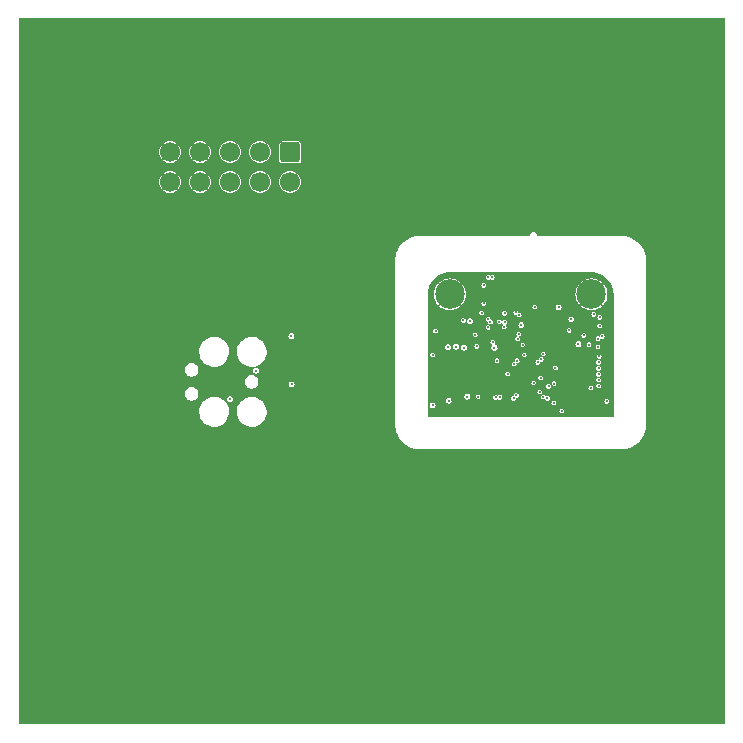
<source format=gbr>
%TF.GenerationSoftware,KiCad,Pcbnew,(7.0.0)*%
%TF.CreationDate,2023-07-09T20:13:22-04:00*%
%TF.ProjectId,headstage-neuropix1e,68656164-7374-4616-9765-2d6e6575726f,A*%
%TF.SameCoordinates,Original*%
%TF.FileFunction,Copper,L2,Inr*%
%TF.FilePolarity,Positive*%
%FSLAX46Y46*%
G04 Gerber Fmt 4.6, Leading zero omitted, Abs format (unit mm)*
G04 Created by KiCad (PCBNEW (7.0.0)) date 2023-07-09 20:13:22*
%MOMM*%
%LPD*%
G01*
G04 APERTURE LIST*
G04 Aperture macros list*
%AMRoundRect*
0 Rectangle with rounded corners*
0 $1 Rounding radius*
0 $2 $3 $4 $5 $6 $7 $8 $9 X,Y pos of 4 corners*
0 Add a 4 corners polygon primitive as box body*
4,1,4,$2,$3,$4,$5,$6,$7,$8,$9,$2,$3,0*
0 Add four circle primitives for the rounded corners*
1,1,$1+$1,$2,$3*
1,1,$1+$1,$4,$5*
1,1,$1+$1,$6,$7*
1,1,$1+$1,$8,$9*
0 Add four rect primitives between the rounded corners*
20,1,$1+$1,$2,$3,$4,$5,0*
20,1,$1+$1,$4,$5,$6,$7,0*
20,1,$1+$1,$6,$7,$8,$9,0*
20,1,$1+$1,$8,$9,$2,$3,0*%
G04 Aperture macros list end*
%TA.AperFunction,ComponentPad*%
%ADD10C,2.500000*%
%TD*%
%TA.AperFunction,ComponentPad*%
%ADD11RoundRect,0.250000X-0.600000X0.600000X-0.600000X-0.600000X0.600000X-0.600000X0.600000X0.600000X0*%
%TD*%
%TA.AperFunction,ComponentPad*%
%ADD12C,1.700000*%
%TD*%
%TA.AperFunction,ViaPad*%
%ADD13C,0.200000*%
%TD*%
%TA.AperFunction,ViaPad*%
%ADD14C,0.300000*%
%TD*%
%TA.AperFunction,ViaPad*%
%ADD15C,0.250000*%
%TD*%
G04 APERTURE END LIST*
D10*
%TO.N,GND*%
%TO.C,TP1*%
X136600000Y-88500000D03*
%TD*%
D11*
%TO.N,+4V*%
%TO.C,J3*%
X123080000Y-76447500D03*
D12*
X123080000Y-78987500D03*
%TO.N,/Neuropixels 1.0/SCL*%
X120540000Y-76447500D03*
X120540000Y-78987500D03*
%TO.N,/Neuropixels 1.0/SDA*%
X118000000Y-76447500D03*
X118000000Y-78987500D03*
%TO.N,GND*%
X115460000Y-76447500D03*
X115460000Y-78987500D03*
X112920000Y-76447500D03*
X112920000Y-78987500D03*
%TD*%
D10*
%TO.N,GND*%
%TO.C,TP2*%
X148600000Y-88500000D03*
%TD*%
D13*
%TO.N,GND*%
X147590000Y-94240000D03*
X147020000Y-96330000D03*
%TO.N,/Neuropixels 1.0/SYNC*%
X142000000Y-97300000D03*
X145427513Y-96049500D03*
D14*
%TO.N,GND*%
X146990000Y-95640000D03*
D13*
X138560000Y-97170000D03*
D14*
X104670000Y-77610000D03*
X152750000Y-106940000D03*
D13*
X140697383Y-92107850D03*
D14*
X144416061Y-81338202D03*
X130400000Y-83630000D03*
X135160000Y-95280000D03*
X156300000Y-121900000D03*
D13*
X141900000Y-94100000D03*
D14*
X140600000Y-95600000D03*
X144570000Y-97999000D03*
X140500000Y-96250000D03*
X129640000Y-110300000D03*
X135910000Y-93110000D03*
X144350000Y-92150000D03*
X144800000Y-92380500D03*
X137500000Y-95710000D03*
D13*
X148340000Y-95010000D03*
D14*
X135580000Y-98500000D03*
X106460000Y-93330000D03*
X137380000Y-106710000D03*
D13*
X144900000Y-90200000D03*
D14*
X144700000Y-87450000D03*
X135640000Y-73600000D03*
X135200000Y-97200000D03*
D13*
X146950000Y-89250000D03*
X140050000Y-92150000D03*
D14*
X141050000Y-87000000D03*
D13*
X136500000Y-91650000D03*
X137650000Y-91650000D03*
D14*
X146500000Y-93600000D03*
D13*
X142400000Y-95600000D03*
X149282373Y-93452308D03*
D14*
X150520000Y-80190000D03*
D13*
X145950000Y-94700000D03*
X146450000Y-89150000D03*
D14*
X138000000Y-89850000D03*
D13*
X140038769Y-92979457D03*
D14*
X150000000Y-96750000D03*
X155510000Y-95710000D03*
X106760000Y-112810000D03*
X149850000Y-98400000D03*
D13*
X147850000Y-96380000D03*
D14*
X147700000Y-93450000D03*
X147580000Y-95640000D03*
D13*
X142900000Y-95450000D03*
X141541598Y-92175102D03*
X142630000Y-97340000D03*
D14*
X136080000Y-94520000D03*
X126680000Y-71747500D03*
X135200000Y-89780000D03*
X156700000Y-69100000D03*
X155800000Y-87500000D03*
D13*
X148800000Y-92950500D03*
X137000000Y-91550000D03*
X146800000Y-90050000D03*
D14*
X139950000Y-97000000D03*
X143000000Y-87400000D03*
X146120000Y-95699500D03*
D13*
X142501424Y-92851424D03*
X145950000Y-90100000D03*
X145350000Y-89500000D03*
X145780000Y-96290000D03*
X143753672Y-96504673D03*
D14*
X135890000Y-90120000D03*
D13*
X148100000Y-90000000D03*
D14*
X139050000Y-96510000D03*
X107600000Y-104500000D03*
X148150000Y-97670000D03*
X146940000Y-87070000D03*
X103100000Y-122100000D03*
X145266637Y-78141210D03*
X149700000Y-89900000D03*
X143524500Y-93600000D03*
D13*
X146400000Y-90050000D03*
D14*
X137470000Y-97000000D03*
X136910000Y-80250000D03*
X144777996Y-96949500D03*
D13*
X141097653Y-92999500D03*
D14*
X145570000Y-87160000D03*
D13*
X144250000Y-90250000D03*
D14*
X105450000Y-70470000D03*
X137520000Y-96370000D03*
X143800000Y-86950000D03*
X117520000Y-69930000D03*
D13*
X141210000Y-94430000D03*
D14*
X145200000Y-72300000D03*
X154200000Y-101500000D03*
X135190000Y-96310000D03*
D13*
X141100000Y-91600000D03*
D14*
X103900000Y-84800000D03*
D13*
X147400000Y-89550000D03*
D14*
X128400000Y-101000000D03*
X143341779Y-96106321D03*
D13*
X136850000Y-94637500D03*
D14*
X139210000Y-95770000D03*
X114560000Y-86760000D03*
X137490000Y-94010000D03*
X138150000Y-87100000D03*
D13*
%TO.N,+1V8*%
X146700000Y-91550000D03*
D14*
X135150000Y-97900000D03*
X140387638Y-93000500D03*
D13*
X149899500Y-97550000D03*
D14*
X142662961Y-91089404D03*
D13*
X135150500Y-93600000D03*
X140250000Y-92550000D03*
D14*
%TO.N,+1.2VA*%
X137800000Y-93000000D03*
X138100000Y-97150000D03*
D13*
%TO.N,Net-(D1-K)*%
X149500500Y-92050000D03*
X148790466Y-90190500D03*
%TO.N,Net-(U2-EN2)*%
X137750000Y-90700000D03*
X135400000Y-91600000D03*
%TO.N,+4V*%
X141200000Y-91250000D03*
X139475700Y-87735000D03*
D14*
X120200000Y-94945000D03*
D13*
X139475700Y-89265000D03*
D14*
X137112184Y-92917916D03*
D13*
X139842554Y-91298776D03*
%TO.N,Net-(U5--)*%
X140800000Y-90799500D03*
%TO.N,/Neuropixels 1.0/MCLK*%
X146094334Y-98375018D03*
%TO.N,/Neuropixels 1.0/CAL_SIGNAL*%
X138750000Y-91900000D03*
X139000000Y-97150000D03*
%TO.N,/DC Tap & Regulation/RF+DC*%
X143800000Y-89575000D03*
D14*
X145812500Y-89600000D03*
D13*
%TO.N,/DC Tap & Regulation/VA_{EN}*%
X142793180Y-92745908D03*
X141500000Y-95223498D03*
X140473576Y-97223576D03*
%TO.N,/Neuropixels 1.0/NP_{~{MUXRST}}*%
X148391059Y-92750500D03*
X140600000Y-94100000D03*
%TO.N,/Neuropixels 1.0/SDA*%
X142476943Y-90250500D03*
X142350000Y-92243279D03*
X144050000Y-94250000D03*
X141250000Y-90099500D03*
D14*
X123200000Y-92000000D03*
D13*
X140850000Y-97200000D03*
X142050000Y-94400000D03*
D14*
X123210000Y-96120000D03*
%TO.N,/Neuropixels 1.0/SCL*%
X118000000Y-97340000D03*
D13*
X145550000Y-94700000D03*
X142200000Y-90025700D03*
X142249500Y-97050000D03*
X142450000Y-91850000D03*
X139300000Y-90050500D03*
%TO.N,/Neuropixels 1.0/D6*%
X149200000Y-95250001D03*
X142300000Y-94100000D03*
%TO.N,/Neuropixels 1.0/D5*%
X142900000Y-93600000D03*
X149200000Y-94750000D03*
%TO.N,/Neuropixels 1.0/D4*%
X143715371Y-95961576D03*
X149200000Y-95750000D03*
%TO.N,/Neuropixels 1.0/D3*%
X144216176Y-96759753D03*
X149200000Y-96250000D03*
%TO.N,/Neuropixels 1.0/D2*%
X144339602Y-94000500D03*
X149200000Y-94250000D03*
%TO.N,/Neuropixels 1.0/D1*%
X149249502Y-93750000D03*
X144506823Y-93513173D03*
%TO.N,/Neuropixels 1.0/D0*%
X148550000Y-96400000D03*
X144872987Y-97285846D03*
%TO.N,/Neuropixels 1.0/PCLK*%
X144300000Y-95550000D03*
X144507194Y-97170449D03*
%TO.N,/Perpherials/GPIO0*%
X139850000Y-87050000D03*
X149150000Y-92250000D03*
%TO.N,/Perpherials/GPIO1*%
X149290000Y-91150000D03*
X140200000Y-87050000D03*
%TO.N,Net-(R12-Pad1)*%
X140036779Y-90836779D03*
X141250000Y-90850000D03*
X138900000Y-92900000D03*
D14*
%TO.N,+1.8VA*%
X136450000Y-92950000D03*
X136509592Y-97495740D03*
X147500000Y-92700500D03*
X138300500Y-90750000D03*
D13*
X139850500Y-90599500D03*
D15*
%TO.N,/Serializer/Dout-*%
X146874500Y-90600000D03*
D13*
%TO.N,Net-(U4-GPIO3{slash}CLKIN)*%
X149151002Y-92950500D03*
X149312724Y-90439717D03*
%TO.N,/Neuropixels 1.0/DCLK*%
X144970177Y-96278055D03*
X145420000Y-97699500D03*
%TO.N,Net-(#FLG04-pwr)*%
X147950000Y-91976277D03*
%TD*%
%TA.AperFunction,Conductor*%
%TO.N,GND*%
G36*
X144230948Y-86601669D02*
G01*
X144301223Y-86620500D01*
X144314618Y-86620500D01*
X144350000Y-86620500D01*
X144382288Y-86620500D01*
X148567712Y-86620500D01*
X148598397Y-86620500D01*
X148601602Y-86620605D01*
X148842126Y-86636369D01*
X148848474Y-86637205D01*
X149083293Y-86683914D01*
X149089485Y-86685572D01*
X149316217Y-86762537D01*
X149322130Y-86764986D01*
X149536878Y-86870889D01*
X149542413Y-86874084D01*
X149665682Y-86956450D01*
X149741497Y-87007108D01*
X149746582Y-87011010D01*
X149926592Y-87168875D01*
X149931124Y-87173407D01*
X150088989Y-87353417D01*
X150092891Y-87358502D01*
X150210489Y-87534500D01*
X150225910Y-87557578D01*
X150229113Y-87563126D01*
X150272523Y-87651152D01*
X150335011Y-87777865D01*
X150337464Y-87783787D01*
X150414427Y-88010515D01*
X150416085Y-88016706D01*
X150462793Y-88251522D01*
X150463630Y-88257876D01*
X150479395Y-88498398D01*
X150479500Y-88501603D01*
X150479500Y-90267712D01*
X150479500Y-90300000D01*
X150479500Y-90398031D01*
X150479870Y-90400134D01*
X150479871Y-90400136D01*
X150489256Y-90453360D01*
X150490000Y-90461869D01*
X150490000Y-92958131D01*
X150489256Y-92966640D01*
X150481448Y-93010923D01*
X150479500Y-93021969D01*
X150479500Y-93024110D01*
X150479500Y-98830500D01*
X150465148Y-98865148D01*
X150430500Y-98879500D01*
X144052288Y-98879500D01*
X144020000Y-98879500D01*
X143921969Y-98879500D01*
X143919866Y-98879870D01*
X143919863Y-98879871D01*
X143809928Y-98899256D01*
X143801419Y-98900000D01*
X140218581Y-98900000D01*
X140210072Y-98899256D01*
X140100136Y-98879871D01*
X140100134Y-98879870D01*
X140098031Y-98879500D01*
X140095890Y-98879500D01*
X134769500Y-98879500D01*
X134734852Y-98865148D01*
X134720500Y-98830500D01*
X134720500Y-98375018D01*
X145888678Y-98375018D01*
X145909044Y-98464249D01*
X145966110Y-98535806D01*
X146048571Y-98575518D01*
X146134577Y-98575518D01*
X146140097Y-98575518D01*
X146222558Y-98535806D01*
X146279624Y-98464249D01*
X146299990Y-98375018D01*
X146279624Y-98285787D01*
X146222558Y-98214230D01*
X146140097Y-98174518D01*
X146048571Y-98174518D01*
X146043598Y-98176912D01*
X146043597Y-98176913D01*
X145971084Y-98211834D01*
X145971082Y-98211835D01*
X145966110Y-98214230D01*
X145962669Y-98218544D01*
X145962666Y-98218547D01*
X145920183Y-98271819D01*
X145909044Y-98285787D01*
X145888678Y-98375018D01*
X134720500Y-98375018D01*
X134720500Y-97900000D01*
X134894592Y-97900000D01*
X134895534Y-97904736D01*
X134913092Y-97993007D01*
X134913093Y-97993009D01*
X134914034Y-97997740D01*
X134969399Y-98080601D01*
X135052260Y-98135966D01*
X135150000Y-98155408D01*
X135247740Y-98135966D01*
X135330601Y-98080601D01*
X135385966Y-97997740D01*
X135405408Y-97900000D01*
X135385966Y-97802260D01*
X135330601Y-97719399D01*
X135308871Y-97704880D01*
X135251751Y-97666714D01*
X135251750Y-97666713D01*
X135247740Y-97664034D01*
X135243009Y-97663093D01*
X135243007Y-97663092D01*
X135154736Y-97645534D01*
X135150000Y-97644592D01*
X135145264Y-97645534D01*
X135056992Y-97663092D01*
X135056988Y-97663093D01*
X135052260Y-97664034D01*
X135048250Y-97666712D01*
X135048248Y-97666714D01*
X134973410Y-97716718D01*
X134973407Y-97716720D01*
X134969399Y-97719399D01*
X134966720Y-97723407D01*
X134966718Y-97723410D01*
X134916714Y-97798248D01*
X134916712Y-97798250D01*
X134914034Y-97802260D01*
X134913093Y-97806988D01*
X134913092Y-97806992D01*
X134903350Y-97855970D01*
X134894592Y-97900000D01*
X134720500Y-97900000D01*
X134720500Y-97495740D01*
X136254184Y-97495740D01*
X136255126Y-97500476D01*
X136272684Y-97588747D01*
X136272685Y-97588749D01*
X136273626Y-97593480D01*
X136276305Y-97597490D01*
X136276306Y-97597491D01*
X136322558Y-97666714D01*
X136328991Y-97676341D01*
X136411852Y-97731706D01*
X136509592Y-97751148D01*
X136607332Y-97731706D01*
X136655533Y-97699500D01*
X145214344Y-97699500D01*
X145234710Y-97788731D01*
X145291776Y-97860288D01*
X145374237Y-97900000D01*
X145460243Y-97900000D01*
X145465763Y-97900000D01*
X145548224Y-97860288D01*
X145605290Y-97788731D01*
X145625656Y-97699500D01*
X145605290Y-97610269D01*
X145557226Y-97550000D01*
X149693844Y-97550000D01*
X149714210Y-97639231D01*
X149771276Y-97710788D01*
X149853737Y-97750500D01*
X149939743Y-97750500D01*
X149945263Y-97750500D01*
X150027724Y-97710788D01*
X150084790Y-97639231D01*
X150105156Y-97550000D01*
X150084790Y-97460769D01*
X150034815Y-97398104D01*
X150031167Y-97393529D01*
X150031166Y-97393528D01*
X150027724Y-97389212D01*
X150022630Y-97386759D01*
X149950236Y-97351895D01*
X149945263Y-97349500D01*
X149853737Y-97349500D01*
X149848764Y-97351894D01*
X149848763Y-97351895D01*
X149776250Y-97386816D01*
X149776248Y-97386817D01*
X149771276Y-97389212D01*
X149767835Y-97393526D01*
X149767832Y-97393529D01*
X149717654Y-97456450D01*
X149714210Y-97460769D01*
X149712981Y-97466150D01*
X149712981Y-97466152D01*
X149701470Y-97516589D01*
X149693844Y-97550000D01*
X145557226Y-97550000D01*
X145548224Y-97538712D01*
X145465763Y-97499000D01*
X145374237Y-97499000D01*
X145369264Y-97501394D01*
X145369263Y-97501395D01*
X145296750Y-97536316D01*
X145296748Y-97536317D01*
X145291776Y-97538712D01*
X145288335Y-97543026D01*
X145288332Y-97543029D01*
X145244900Y-97597491D01*
X145234710Y-97610269D01*
X145233481Y-97615650D01*
X145233481Y-97615652D01*
X145227114Y-97643549D01*
X145214344Y-97699500D01*
X136655533Y-97699500D01*
X136690193Y-97676341D01*
X136745558Y-97593480D01*
X136765000Y-97495740D01*
X136745558Y-97398000D01*
X136690193Y-97315139D01*
X136683681Y-97310788D01*
X136611343Y-97262454D01*
X136611342Y-97262453D01*
X136607332Y-97259774D01*
X136602601Y-97258833D01*
X136602599Y-97258832D01*
X136514328Y-97241274D01*
X136509592Y-97240332D01*
X136504856Y-97241274D01*
X136416584Y-97258832D01*
X136416580Y-97258833D01*
X136411852Y-97259774D01*
X136407842Y-97262452D01*
X136407840Y-97262454D01*
X136333002Y-97312458D01*
X136332999Y-97312460D01*
X136328991Y-97315139D01*
X136326312Y-97319147D01*
X136326310Y-97319150D01*
X136276306Y-97393988D01*
X136276304Y-97393990D01*
X136273626Y-97398000D01*
X136272685Y-97402728D01*
X136272684Y-97402732D01*
X136256053Y-97486346D01*
X136254184Y-97495740D01*
X134720500Y-97495740D01*
X134720500Y-97150000D01*
X137844592Y-97150000D01*
X137845534Y-97154736D01*
X137863092Y-97243007D01*
X137863093Y-97243009D01*
X137864034Y-97247740D01*
X137866713Y-97251750D01*
X137866714Y-97251751D01*
X137916264Y-97325910D01*
X137919399Y-97330601D01*
X138002260Y-97385966D01*
X138100000Y-97405408D01*
X138197740Y-97385966D01*
X138280601Y-97330601D01*
X138335966Y-97247740D01*
X138355408Y-97150000D01*
X138794344Y-97150000D01*
X138795572Y-97155380D01*
X138807357Y-97207017D01*
X138814710Y-97239231D01*
X138843237Y-97275002D01*
X138867464Y-97305382D01*
X138871776Y-97310788D01*
X138954237Y-97350500D01*
X139040243Y-97350500D01*
X139045763Y-97350500D01*
X139128224Y-97310788D01*
X139185290Y-97239231D01*
X139188863Y-97223576D01*
X140267920Y-97223576D01*
X140269148Y-97228956D01*
X140286839Y-97306470D01*
X140288286Y-97312807D01*
X140306195Y-97335264D01*
X140337945Y-97375077D01*
X140345352Y-97384364D01*
X140427813Y-97424076D01*
X140513819Y-97424076D01*
X140519339Y-97424076D01*
X140601800Y-97384364D01*
X140632881Y-97345389D01*
X140656744Y-97329119D01*
X140685630Y-97329119D01*
X140709497Y-97345391D01*
X140713495Y-97350405D01*
X140721776Y-97360788D01*
X140804237Y-97400500D01*
X140890243Y-97400500D01*
X140895763Y-97400500D01*
X140978224Y-97360788D01*
X141026702Y-97300000D01*
X141794344Y-97300000D01*
X141795572Y-97305380D01*
X141812613Y-97380046D01*
X141814710Y-97389231D01*
X141871776Y-97460788D01*
X141954237Y-97500500D01*
X142040243Y-97500500D01*
X142045763Y-97500500D01*
X142128224Y-97460788D01*
X142185290Y-97389231D01*
X142205656Y-97300000D01*
X142205029Y-97297254D01*
X142210990Y-97275002D01*
X142228926Y-97257065D01*
X142253427Y-97250500D01*
X142289743Y-97250500D01*
X142295263Y-97250500D01*
X142377724Y-97210788D01*
X142409894Y-97170449D01*
X144301538Y-97170449D01*
X144302766Y-97175829D01*
X144318098Y-97243007D01*
X144321904Y-97259680D01*
X144325348Y-97263998D01*
X144374721Y-97325910D01*
X144378970Y-97331237D01*
X144461431Y-97370949D01*
X144547437Y-97370949D01*
X144552957Y-97370949D01*
X144618146Y-97339554D01*
X144646702Y-97335248D01*
X144672725Y-97347775D01*
X144682854Y-97365306D01*
X144684073Y-97364720D01*
X144686468Y-97369693D01*
X144687697Y-97375077D01*
X144691140Y-97379394D01*
X144740868Y-97441751D01*
X144744763Y-97446634D01*
X144827224Y-97486346D01*
X144913230Y-97486346D01*
X144918750Y-97486346D01*
X145001211Y-97446634D01*
X145058277Y-97375077D01*
X145078643Y-97285846D01*
X145058277Y-97196615D01*
X145001211Y-97125058D01*
X144958676Y-97104574D01*
X144934508Y-97092935D01*
X144918750Y-97085346D01*
X144827224Y-97085346D01*
X144822253Y-97087739D01*
X144822248Y-97087741D01*
X144762035Y-97116739D01*
X144733467Y-97121044D01*
X144707439Y-97108505D01*
X144697331Y-97090988D01*
X144696109Y-97091577D01*
X144693712Y-97086602D01*
X144692484Y-97081218D01*
X144635418Y-97009661D01*
X144552957Y-96969949D01*
X144461431Y-96969949D01*
X144456460Y-96972342D01*
X144456459Y-96972343D01*
X144396428Y-97001253D01*
X144384129Y-97002290D01*
X144380104Y-97009114D01*
X144378970Y-97009661D01*
X144375530Y-97013974D01*
X144375528Y-97013976D01*
X144333159Y-97067105D01*
X144321904Y-97081218D01*
X144320675Y-97086599D01*
X144320675Y-97086601D01*
X144308663Y-97139231D01*
X144301538Y-97170449D01*
X142409894Y-97170449D01*
X142434790Y-97139231D01*
X142455156Y-97050000D01*
X142434790Y-96960769D01*
X142382766Y-96895534D01*
X142381167Y-96893529D01*
X142381166Y-96893528D01*
X142377724Y-96889212D01*
X142295263Y-96849500D01*
X142203737Y-96849500D01*
X142198764Y-96851894D01*
X142198763Y-96851895D01*
X142126250Y-96886816D01*
X142126248Y-96886817D01*
X142121276Y-96889212D01*
X142117835Y-96893526D01*
X142117832Y-96893529D01*
X142071287Y-96951895D01*
X142064210Y-96960769D01*
X142062981Y-96966150D01*
X142062981Y-96966152D01*
X142045072Y-97044617D01*
X142045072Y-97044619D01*
X142043844Y-97050000D01*
X142044470Y-97052745D01*
X142038510Y-97074998D01*
X142020574Y-97092935D01*
X141996073Y-97099500D01*
X141954237Y-97099500D01*
X141949264Y-97101894D01*
X141949263Y-97101895D01*
X141876750Y-97136816D01*
X141876748Y-97136817D01*
X141871776Y-97139212D01*
X141868335Y-97143526D01*
X141868332Y-97143529D01*
X141818154Y-97206450D01*
X141814710Y-97210769D01*
X141813481Y-97216150D01*
X141813481Y-97216152D01*
X141798802Y-97280466D01*
X141794344Y-97300000D01*
X141026702Y-97300000D01*
X141035290Y-97289231D01*
X141055656Y-97200000D01*
X141035290Y-97110769D01*
X140982537Y-97044620D01*
X140981667Y-97043529D01*
X140981666Y-97043528D01*
X140978224Y-97039212D01*
X140895763Y-96999500D01*
X140804237Y-96999500D01*
X140799264Y-97001894D01*
X140799263Y-97001895D01*
X140726750Y-97036816D01*
X140726748Y-97036817D01*
X140721776Y-97039212D01*
X140690694Y-97078185D01*
X140666830Y-97094456D01*
X140637944Y-97094456D01*
X140614079Y-97078185D01*
X140601800Y-97062788D01*
X140586417Y-97055380D01*
X140524312Y-97025471D01*
X140519339Y-97023076D01*
X140427813Y-97023076D01*
X140422840Y-97025470D01*
X140422839Y-97025471D01*
X140350326Y-97060392D01*
X140350324Y-97060393D01*
X140345352Y-97062788D01*
X140341911Y-97067102D01*
X140341908Y-97067105D01*
X140291730Y-97130026D01*
X140288286Y-97134345D01*
X140287057Y-97139726D01*
X140287057Y-97139728D01*
X140273301Y-97200000D01*
X140267920Y-97223576D01*
X139188863Y-97223576D01*
X139205656Y-97150000D01*
X139185290Y-97060769D01*
X139128224Y-96989212D01*
X139045763Y-96949500D01*
X138954237Y-96949500D01*
X138949264Y-96951894D01*
X138949263Y-96951895D01*
X138876750Y-96986816D01*
X138876748Y-96986817D01*
X138871776Y-96989212D01*
X138868335Y-96993526D01*
X138868332Y-96993529D01*
X138818154Y-97056450D01*
X138814710Y-97060769D01*
X138813481Y-97066150D01*
X138813481Y-97066152D01*
X138803815Y-97108505D01*
X138794344Y-97150000D01*
X138355408Y-97150000D01*
X138352785Y-97136816D01*
X138343787Y-97091577D01*
X138335966Y-97052260D01*
X138280601Y-96969399D01*
X138275741Y-96966152D01*
X138201751Y-96916714D01*
X138201750Y-96916713D01*
X138197740Y-96914034D01*
X138193009Y-96913093D01*
X138193007Y-96913092D01*
X138104736Y-96895534D01*
X138100000Y-96894592D01*
X138095264Y-96895534D01*
X138006992Y-96913092D01*
X138006988Y-96913093D01*
X138002260Y-96914034D01*
X137998250Y-96916712D01*
X137998248Y-96916714D01*
X137923410Y-96966718D01*
X137923407Y-96966720D01*
X137919399Y-96969399D01*
X137916720Y-96973407D01*
X137916718Y-96973410D01*
X137866714Y-97048248D01*
X137866712Y-97048250D01*
X137864034Y-97052260D01*
X137863093Y-97056988D01*
X137863092Y-97056992D01*
X137846738Y-97139212D01*
X137844592Y-97150000D01*
X134720500Y-97150000D01*
X134720500Y-96759753D01*
X144010520Y-96759753D01*
X144030886Y-96848984D01*
X144034330Y-96853302D01*
X144084330Y-96916000D01*
X144087952Y-96920541D01*
X144170413Y-96960253D01*
X144256419Y-96960253D01*
X144261939Y-96960253D01*
X144326941Y-96928948D01*
X144339239Y-96927911D01*
X144343265Y-96921087D01*
X144344400Y-96920541D01*
X144401466Y-96848984D01*
X144421832Y-96759753D01*
X144401466Y-96670522D01*
X144344400Y-96598965D01*
X144261939Y-96559253D01*
X144170413Y-96559253D01*
X144165440Y-96561647D01*
X144165439Y-96561648D01*
X144092926Y-96596569D01*
X144092924Y-96596570D01*
X144087952Y-96598965D01*
X144084511Y-96603279D01*
X144084508Y-96603282D01*
X144034330Y-96666203D01*
X144030886Y-96670522D01*
X144010520Y-96759753D01*
X134720500Y-96759753D01*
X134720500Y-96278055D01*
X144764521Y-96278055D01*
X144765749Y-96283435D01*
X144782932Y-96358723D01*
X144784887Y-96367286D01*
X144841953Y-96438843D01*
X144924414Y-96478555D01*
X145010420Y-96478555D01*
X145015940Y-96478555D01*
X145098401Y-96438843D01*
X145129378Y-96400000D01*
X148344344Y-96400000D01*
X148345572Y-96405380D01*
X148360729Y-96471791D01*
X148364710Y-96489231D01*
X148421776Y-96560788D01*
X148504237Y-96600500D01*
X148590243Y-96600500D01*
X148595763Y-96600500D01*
X148678224Y-96560788D01*
X148735290Y-96489231D01*
X148755656Y-96400000D01*
X148735290Y-96310769D01*
X148686827Y-96250000D01*
X148994344Y-96250000D01*
X149014710Y-96339231D01*
X149029920Y-96358303D01*
X149063172Y-96400000D01*
X149071776Y-96410788D01*
X149154237Y-96450500D01*
X149240243Y-96450500D01*
X149245763Y-96450500D01*
X149328224Y-96410788D01*
X149385290Y-96339231D01*
X149405656Y-96250000D01*
X149385290Y-96160769D01*
X149328224Y-96089212D01*
X149245763Y-96049500D01*
X149154237Y-96049500D01*
X149149264Y-96051894D01*
X149149263Y-96051895D01*
X149076750Y-96086816D01*
X149076748Y-96086817D01*
X149071776Y-96089212D01*
X149068335Y-96093526D01*
X149068332Y-96093529D01*
X149018154Y-96156450D01*
X149014710Y-96160769D01*
X149013481Y-96166150D01*
X149013481Y-96166152D01*
X148998428Y-96232105D01*
X148994344Y-96250000D01*
X148686827Y-96250000D01*
X148678224Y-96239212D01*
X148595763Y-96199500D01*
X148504237Y-96199500D01*
X148499264Y-96201894D01*
X148499263Y-96201895D01*
X148426750Y-96236816D01*
X148426748Y-96236817D01*
X148421776Y-96239212D01*
X148418335Y-96243526D01*
X148418332Y-96243529D01*
X148368987Y-96305406D01*
X148364710Y-96310769D01*
X148363481Y-96316150D01*
X148363481Y-96316152D01*
X148353039Y-96361902D01*
X148344344Y-96400000D01*
X145129378Y-96400000D01*
X145155467Y-96367286D01*
X145175833Y-96278055D01*
X145155467Y-96188824D01*
X145104376Y-96124759D01*
X145101844Y-96121584D01*
X145101843Y-96121583D01*
X145098401Y-96117267D01*
X145015940Y-96077555D01*
X144924414Y-96077555D01*
X144919441Y-96079949D01*
X144919440Y-96079950D01*
X144846927Y-96114871D01*
X144846925Y-96114872D01*
X144841953Y-96117267D01*
X144838512Y-96121581D01*
X144838509Y-96121584D01*
X144788331Y-96184505D01*
X144784887Y-96188824D01*
X144783658Y-96194205D01*
X144783658Y-96194207D01*
X144779988Y-96210288D01*
X144764521Y-96278055D01*
X134720500Y-96278055D01*
X134720500Y-95961576D01*
X143509715Y-95961576D01*
X143530081Y-96050807D01*
X143533525Y-96055125D01*
X143581484Y-96115264D01*
X143587147Y-96122364D01*
X143669608Y-96162076D01*
X143755614Y-96162076D01*
X143761134Y-96162076D01*
X143843595Y-96122364D01*
X143900661Y-96050807D01*
X143900959Y-96049500D01*
X145221857Y-96049500D01*
X145242223Y-96138731D01*
X145264091Y-96166152D01*
X145292595Y-96201895D01*
X145299289Y-96210288D01*
X145381750Y-96250000D01*
X145467756Y-96250000D01*
X145473276Y-96250000D01*
X145555737Y-96210288D01*
X145612803Y-96138731D01*
X145633169Y-96049500D01*
X145612803Y-95960269D01*
X145569899Y-95906470D01*
X145559180Y-95893029D01*
X145559179Y-95893028D01*
X145555737Y-95888712D01*
X145473276Y-95849000D01*
X145381750Y-95849000D01*
X145376777Y-95851394D01*
X145376776Y-95851395D01*
X145304263Y-95886316D01*
X145304261Y-95886317D01*
X145299289Y-95888712D01*
X145295848Y-95893026D01*
X145295845Y-95893029D01*
X145245667Y-95955950D01*
X145242223Y-95960269D01*
X145240994Y-95965650D01*
X145240994Y-95965652D01*
X145228990Y-96018248D01*
X145221857Y-96049500D01*
X143900959Y-96049500D01*
X143921027Y-95961576D01*
X143900661Y-95872345D01*
X143843595Y-95800788D01*
X143761134Y-95761076D01*
X143669608Y-95761076D01*
X143664635Y-95763470D01*
X143664634Y-95763471D01*
X143592121Y-95798392D01*
X143592119Y-95798393D01*
X143587147Y-95800788D01*
X143583706Y-95805102D01*
X143583703Y-95805105D01*
X143533525Y-95868026D01*
X143530081Y-95872345D01*
X143528852Y-95877726D01*
X143528852Y-95877728D01*
X143522292Y-95906470D01*
X143509715Y-95961576D01*
X134720500Y-95961576D01*
X134720500Y-95550000D01*
X144094344Y-95550000D01*
X144114710Y-95639231D01*
X144171776Y-95710788D01*
X144254237Y-95750500D01*
X144340243Y-95750500D01*
X144345763Y-95750500D01*
X144346801Y-95750000D01*
X148994344Y-95750000D01*
X149014710Y-95839231D01*
X149037674Y-95868026D01*
X149063172Y-95900000D01*
X149071776Y-95910788D01*
X149154237Y-95950500D01*
X149240243Y-95950500D01*
X149245763Y-95950500D01*
X149328224Y-95910788D01*
X149385290Y-95839231D01*
X149405656Y-95750000D01*
X149385290Y-95660769D01*
X149328224Y-95589212D01*
X149245763Y-95549500D01*
X149154237Y-95549500D01*
X149149264Y-95551894D01*
X149149263Y-95551895D01*
X149076750Y-95586816D01*
X149076748Y-95586817D01*
X149071776Y-95589212D01*
X149068335Y-95593526D01*
X149068332Y-95593529D01*
X149018154Y-95656450D01*
X149014710Y-95660769D01*
X148994344Y-95750000D01*
X144346801Y-95750000D01*
X144428224Y-95710788D01*
X144485290Y-95639231D01*
X144505656Y-95550000D01*
X144485290Y-95460769D01*
X144428224Y-95389212D01*
X144422968Y-95386681D01*
X144350736Y-95351895D01*
X144345763Y-95349500D01*
X144254237Y-95349500D01*
X144249264Y-95351894D01*
X144249263Y-95351895D01*
X144176750Y-95386816D01*
X144176748Y-95386817D01*
X144171776Y-95389212D01*
X144168335Y-95393526D01*
X144168332Y-95393529D01*
X144118680Y-95455791D01*
X144114710Y-95460769D01*
X144113481Y-95466150D01*
X144113481Y-95466152D01*
X144106990Y-95494593D01*
X144094344Y-95550000D01*
X134720500Y-95550000D01*
X134720500Y-95223498D01*
X141294344Y-95223498D01*
X141295572Y-95228878D01*
X141309968Y-95291955D01*
X141314710Y-95312729D01*
X141339610Y-95343952D01*
X141344034Y-95349500D01*
X141371776Y-95384286D01*
X141454237Y-95423998D01*
X141540243Y-95423998D01*
X141545763Y-95423998D01*
X141628224Y-95384286D01*
X141685290Y-95312729D01*
X141699607Y-95250001D01*
X148994344Y-95250001D01*
X148995572Y-95255381D01*
X149009646Y-95317047D01*
X149014710Y-95339232D01*
X149022899Y-95349500D01*
X149054568Y-95389212D01*
X149071776Y-95410789D01*
X149154237Y-95450501D01*
X149240243Y-95450501D01*
X149245763Y-95450501D01*
X149328224Y-95410789D01*
X149385290Y-95339232D01*
X149405656Y-95250001D01*
X149385290Y-95160770D01*
X149328224Y-95089213D01*
X149245763Y-95049501D01*
X149154237Y-95049501D01*
X149149264Y-95051895D01*
X149149263Y-95051896D01*
X149076750Y-95086817D01*
X149076748Y-95086818D01*
X149071776Y-95089213D01*
X149068335Y-95093527D01*
X149068332Y-95093530D01*
X149018154Y-95156451D01*
X149014710Y-95160770D01*
X149013481Y-95166151D01*
X149013481Y-95166153D01*
X149005878Y-95199466D01*
X148994344Y-95250001D01*
X141699607Y-95250001D01*
X141705656Y-95223498D01*
X141685290Y-95134267D01*
X141628224Y-95062710D01*
X141545763Y-95022998D01*
X141454237Y-95022998D01*
X141449264Y-95025392D01*
X141449263Y-95025393D01*
X141376750Y-95060314D01*
X141376748Y-95060315D01*
X141371776Y-95062710D01*
X141368335Y-95067024D01*
X141368332Y-95067027D01*
X141318154Y-95129948D01*
X141314710Y-95134267D01*
X141313481Y-95139648D01*
X141313481Y-95139650D01*
X141305991Y-95172468D01*
X141294344Y-95223498D01*
X134720500Y-95223498D01*
X134720500Y-94700000D01*
X145344344Y-94700000D01*
X145364710Y-94789231D01*
X145368154Y-94793549D01*
X145410987Y-94847260D01*
X145421776Y-94860788D01*
X145504237Y-94900500D01*
X145590243Y-94900500D01*
X145595763Y-94900500D01*
X145678224Y-94860788D01*
X145735290Y-94789231D01*
X145744244Y-94750000D01*
X148994344Y-94750000D01*
X149014710Y-94839231D01*
X149043243Y-94875009D01*
X149061660Y-94898104D01*
X149071776Y-94910788D01*
X149154237Y-94950500D01*
X149240243Y-94950500D01*
X149245763Y-94950500D01*
X149328224Y-94910788D01*
X149385290Y-94839231D01*
X149405656Y-94750000D01*
X149385290Y-94660769D01*
X149328224Y-94589212D01*
X149314793Y-94582744D01*
X149250736Y-94551895D01*
X149245763Y-94549500D01*
X149154237Y-94549500D01*
X149149264Y-94551894D01*
X149149263Y-94551895D01*
X149076750Y-94586816D01*
X149076748Y-94586817D01*
X149071776Y-94589212D01*
X149068335Y-94593526D01*
X149068332Y-94593529D01*
X149018154Y-94656450D01*
X149014710Y-94660769D01*
X148994344Y-94750000D01*
X145744244Y-94750000D01*
X145755656Y-94700000D01*
X145735290Y-94610769D01*
X145678224Y-94539212D01*
X145595763Y-94499500D01*
X145504237Y-94499500D01*
X145499264Y-94501894D01*
X145499263Y-94501895D01*
X145426750Y-94536816D01*
X145426748Y-94536817D01*
X145421776Y-94539212D01*
X145418335Y-94543526D01*
X145418332Y-94543529D01*
X145376861Y-94595532D01*
X145364710Y-94610769D01*
X145363481Y-94616150D01*
X145363481Y-94616152D01*
X145361656Y-94624150D01*
X145344344Y-94700000D01*
X134720500Y-94700000D01*
X134720500Y-94400000D01*
X141844344Y-94400000D01*
X141845572Y-94405380D01*
X141855663Y-94449595D01*
X141864710Y-94489231D01*
X141876758Y-94504338D01*
X141912302Y-94548909D01*
X141921776Y-94560788D01*
X142004237Y-94600500D01*
X142090243Y-94600500D01*
X142095763Y-94600500D01*
X142178224Y-94560788D01*
X142235290Y-94489231D01*
X142255656Y-94400000D01*
X142254428Y-94394620D01*
X142254428Y-94394617D01*
X142246619Y-94360404D01*
X142248777Y-94331598D01*
X142266787Y-94309014D01*
X142294390Y-94300500D01*
X142340243Y-94300500D01*
X142345763Y-94300500D01*
X142428224Y-94260788D01*
X142436827Y-94250000D01*
X143844344Y-94250000D01*
X143845572Y-94255380D01*
X143859008Y-94314251D01*
X143864710Y-94339231D01*
X143868154Y-94343549D01*
X143913172Y-94400000D01*
X143921776Y-94410788D01*
X144004237Y-94450500D01*
X144090243Y-94450500D01*
X144095763Y-94450500D01*
X144178224Y-94410788D01*
X144235290Y-94339231D01*
X144255656Y-94250000D01*
X148994344Y-94250000D01*
X148995572Y-94255380D01*
X149009008Y-94314251D01*
X149014710Y-94339231D01*
X149018154Y-94343549D01*
X149063172Y-94400000D01*
X149071776Y-94410788D01*
X149154237Y-94450500D01*
X149240243Y-94450500D01*
X149245763Y-94450500D01*
X149328224Y-94410788D01*
X149385290Y-94339231D01*
X149405656Y-94250000D01*
X149385290Y-94160769D01*
X149332537Y-94094620D01*
X149331667Y-94093529D01*
X149331666Y-94093528D01*
X149328224Y-94089212D01*
X149245763Y-94049500D01*
X149154237Y-94049500D01*
X149149264Y-94051894D01*
X149149263Y-94051895D01*
X149076750Y-94086816D01*
X149076748Y-94086817D01*
X149071776Y-94089212D01*
X149068335Y-94093526D01*
X149068332Y-94093529D01*
X149020935Y-94152963D01*
X149014710Y-94160769D01*
X149013481Y-94166150D01*
X149013481Y-94166152D01*
X148998428Y-94232105D01*
X148994344Y-94250000D01*
X144255656Y-94250000D01*
X144255219Y-94248088D01*
X144268780Y-94215352D01*
X144303428Y-94201000D01*
X144379845Y-94201000D01*
X144385365Y-94201000D01*
X144467826Y-94161288D01*
X144524892Y-94089731D01*
X144545258Y-94000500D01*
X144524892Y-93911269D01*
X144467826Y-93839712D01*
X144455647Y-93833847D01*
X144390338Y-93802395D01*
X144385365Y-93800000D01*
X144293839Y-93800000D01*
X144288866Y-93802394D01*
X144288865Y-93802395D01*
X144216352Y-93837316D01*
X144216350Y-93837317D01*
X144211378Y-93839712D01*
X144207937Y-93844026D01*
X144207934Y-93844029D01*
X144158139Y-93906470D01*
X144154312Y-93911269D01*
X144133946Y-94000500D01*
X144134382Y-94002411D01*
X144120822Y-94035148D01*
X144086174Y-94049500D01*
X144004237Y-94049500D01*
X143999264Y-94051894D01*
X143999263Y-94051895D01*
X143926750Y-94086816D01*
X143926748Y-94086817D01*
X143921776Y-94089212D01*
X143918335Y-94093526D01*
X143918332Y-94093529D01*
X143870935Y-94152963D01*
X143864710Y-94160769D01*
X143863481Y-94166150D01*
X143863481Y-94166152D01*
X143848428Y-94232105D01*
X143844344Y-94250000D01*
X142436827Y-94250000D01*
X142485290Y-94189231D01*
X142505656Y-94100000D01*
X142485290Y-94010769D01*
X142428224Y-93939212D01*
X142345763Y-93899500D01*
X142254237Y-93899500D01*
X142249264Y-93901894D01*
X142249263Y-93901895D01*
X142176750Y-93936816D01*
X142176748Y-93936817D01*
X142171776Y-93939212D01*
X142168335Y-93943526D01*
X142168332Y-93943529D01*
X142122899Y-94000500D01*
X142114710Y-94010769D01*
X142113481Y-94016150D01*
X142113481Y-94016152D01*
X142103649Y-94059232D01*
X142094344Y-94100000D01*
X142095572Y-94105380D01*
X142095572Y-94105383D01*
X142103381Y-94139596D01*
X142101223Y-94168402D01*
X142083213Y-94190986D01*
X142055610Y-94199500D01*
X142004237Y-94199500D01*
X141999264Y-94201894D01*
X141999263Y-94201895D01*
X141926750Y-94236816D01*
X141926748Y-94236817D01*
X141921776Y-94239212D01*
X141918335Y-94243526D01*
X141918332Y-94243529D01*
X141874810Y-94298104D01*
X141864710Y-94310769D01*
X141863481Y-94316150D01*
X141863481Y-94316152D01*
X141858214Y-94339231D01*
X141844344Y-94400000D01*
X134720500Y-94400000D01*
X134720500Y-94100000D01*
X140394344Y-94100000D01*
X140414710Y-94189231D01*
X140435541Y-94215352D01*
X140463172Y-94250000D01*
X140471776Y-94260788D01*
X140554237Y-94300500D01*
X140640243Y-94300500D01*
X140645763Y-94300500D01*
X140728224Y-94260788D01*
X140785290Y-94189231D01*
X140805656Y-94100000D01*
X140785290Y-94010769D01*
X140728224Y-93939212D01*
X140645763Y-93899500D01*
X140554237Y-93899500D01*
X140549264Y-93901894D01*
X140549263Y-93901895D01*
X140476750Y-93936816D01*
X140476748Y-93936817D01*
X140471776Y-93939212D01*
X140468335Y-93943526D01*
X140468332Y-93943529D01*
X140422899Y-94000500D01*
X140414710Y-94010769D01*
X140413481Y-94016150D01*
X140413481Y-94016152D01*
X140403649Y-94059232D01*
X140394344Y-94100000D01*
X134720500Y-94100000D01*
X134720500Y-93600000D01*
X134944844Y-93600000D01*
X134965210Y-93689231D01*
X134984702Y-93713673D01*
X135013735Y-93750079D01*
X135022276Y-93760788D01*
X135104737Y-93800500D01*
X135190743Y-93800500D01*
X135196263Y-93800500D01*
X135278724Y-93760788D01*
X135335790Y-93689231D01*
X135356156Y-93600000D01*
X142694344Y-93600000D01*
X142714710Y-93689231D01*
X142734202Y-93713673D01*
X142763235Y-93750079D01*
X142771776Y-93760788D01*
X142854237Y-93800500D01*
X142940243Y-93800500D01*
X142945763Y-93800500D01*
X143028224Y-93760788D01*
X143036827Y-93750000D01*
X149043846Y-93750000D01*
X149064212Y-93839231D01*
X149121278Y-93910788D01*
X149203739Y-93950500D01*
X149289745Y-93950500D01*
X149295265Y-93950500D01*
X149377726Y-93910788D01*
X149434792Y-93839231D01*
X149455158Y-93750000D01*
X149434792Y-93660769D01*
X149390620Y-93605380D01*
X149381169Y-93593529D01*
X149381168Y-93593528D01*
X149377726Y-93589212D01*
X149295265Y-93549500D01*
X149203739Y-93549500D01*
X149198766Y-93551894D01*
X149198765Y-93551895D01*
X149126252Y-93586816D01*
X149126250Y-93586817D01*
X149121278Y-93589212D01*
X149117837Y-93593526D01*
X149117834Y-93593529D01*
X149067656Y-93656450D01*
X149064212Y-93660769D01*
X149062983Y-93666150D01*
X149062983Y-93666152D01*
X149057716Y-93689231D01*
X149043846Y-93750000D01*
X143036827Y-93750000D01*
X143085290Y-93689231D01*
X143105656Y-93600000D01*
X143085839Y-93513173D01*
X144301167Y-93513173D01*
X144321533Y-93602404D01*
X144324977Y-93606722D01*
X144368078Y-93660769D01*
X144378599Y-93673961D01*
X144461060Y-93713673D01*
X144547066Y-93713673D01*
X144552586Y-93713673D01*
X144635047Y-93673961D01*
X144692113Y-93602404D01*
X144712479Y-93513173D01*
X144692113Y-93423942D01*
X144635047Y-93352385D01*
X144552586Y-93312673D01*
X144461060Y-93312673D01*
X144456087Y-93315067D01*
X144456086Y-93315068D01*
X144383573Y-93349989D01*
X144383571Y-93349990D01*
X144378599Y-93352385D01*
X144375158Y-93356699D01*
X144375155Y-93356702D01*
X144327113Y-93416945D01*
X144321533Y-93423942D01*
X144320304Y-93429323D01*
X144320304Y-93429325D01*
X144317062Y-93443529D01*
X144301167Y-93513173D01*
X143085839Y-93513173D01*
X143085290Y-93510769D01*
X143028224Y-93439212D01*
X142945763Y-93399500D01*
X142854237Y-93399500D01*
X142849264Y-93401894D01*
X142849263Y-93401895D01*
X142776750Y-93436816D01*
X142776748Y-93436817D01*
X142771776Y-93439212D01*
X142768335Y-93443526D01*
X142768332Y-93443529D01*
X142718154Y-93506450D01*
X142714710Y-93510769D01*
X142713481Y-93516150D01*
X142713481Y-93516152D01*
X142705870Y-93549500D01*
X142694344Y-93600000D01*
X135356156Y-93600000D01*
X135335790Y-93510769D01*
X135278724Y-93439212D01*
X135196263Y-93399500D01*
X135104737Y-93399500D01*
X135099764Y-93401894D01*
X135099763Y-93401895D01*
X135027250Y-93436816D01*
X135027248Y-93436817D01*
X135022276Y-93439212D01*
X135018835Y-93443526D01*
X135018832Y-93443529D01*
X134968654Y-93506450D01*
X134965210Y-93510769D01*
X134963981Y-93516150D01*
X134963981Y-93516152D01*
X134956370Y-93549500D01*
X134944844Y-93600000D01*
X134720500Y-93600000D01*
X134720500Y-92950000D01*
X136194592Y-92950000D01*
X136195534Y-92954736D01*
X136213092Y-93043007D01*
X136213093Y-93043009D01*
X136214034Y-93047740D01*
X136216713Y-93051750D01*
X136216714Y-93051751D01*
X136262315Y-93120000D01*
X136269399Y-93130601D01*
X136352260Y-93185966D01*
X136450000Y-93205408D01*
X136547740Y-93185966D01*
X136630601Y-93130601D01*
X136685966Y-93047740D01*
X136705408Y-92950000D01*
X136699026Y-92917916D01*
X136856776Y-92917916D01*
X136857718Y-92922652D01*
X136875276Y-93010923D01*
X136875277Y-93010925D01*
X136876218Y-93015656D01*
X136878897Y-93019666D01*
X136878898Y-93019667D01*
X136903488Y-93056470D01*
X136931583Y-93098517D01*
X137014444Y-93153882D01*
X137112184Y-93173324D01*
X137209924Y-93153882D01*
X137292785Y-93098517D01*
X137348150Y-93015656D01*
X137351264Y-93000000D01*
X137544592Y-93000000D01*
X137545534Y-93004736D01*
X137563092Y-93093007D01*
X137563093Y-93093009D01*
X137564034Y-93097740D01*
X137566713Y-93101750D01*
X137566714Y-93101751D01*
X137614536Y-93173324D01*
X137619399Y-93180601D01*
X137702260Y-93235966D01*
X137800000Y-93255408D01*
X137897740Y-93235966D01*
X137980601Y-93180601D01*
X138035966Y-93097740D01*
X138053235Y-93010923D01*
X138054466Y-93004736D01*
X138055408Y-93000000D01*
X138035966Y-92902260D01*
X138034456Y-92900000D01*
X138694344Y-92900000D01*
X138714710Y-92989231D01*
X138723697Y-93000500D01*
X138750689Y-93034347D01*
X138771776Y-93060788D01*
X138854237Y-93100500D01*
X138940243Y-93100500D01*
X138945763Y-93100500D01*
X139028224Y-93060788D01*
X139085290Y-92989231D01*
X139105656Y-92900000D01*
X139085290Y-92810769D01*
X139045147Y-92760433D01*
X139031667Y-92743529D01*
X139031666Y-92743528D01*
X139028224Y-92739212D01*
X138945763Y-92699500D01*
X138854237Y-92699500D01*
X138849264Y-92701894D01*
X138849263Y-92701895D01*
X138776750Y-92736816D01*
X138776748Y-92736817D01*
X138771776Y-92739212D01*
X138768335Y-92743526D01*
X138768332Y-92743529D01*
X138721503Y-92802251D01*
X138714710Y-92810769D01*
X138713481Y-92816150D01*
X138713481Y-92816152D01*
X138701955Y-92866652D01*
X138694344Y-92900000D01*
X138034456Y-92900000D01*
X137980601Y-92819399D01*
X137975759Y-92816164D01*
X137901751Y-92766714D01*
X137901750Y-92766713D01*
X137897740Y-92764034D01*
X137893009Y-92763093D01*
X137893007Y-92763092D01*
X137804736Y-92745534D01*
X137800000Y-92744592D01*
X137795264Y-92745534D01*
X137706992Y-92763092D01*
X137706988Y-92763093D01*
X137702260Y-92764034D01*
X137698250Y-92766712D01*
X137698248Y-92766714D01*
X137623410Y-92816718D01*
X137623407Y-92816720D01*
X137619399Y-92819399D01*
X137616720Y-92823407D01*
X137616718Y-92823410D01*
X137566714Y-92898248D01*
X137566712Y-92898250D01*
X137564034Y-92902260D01*
X137563093Y-92906988D01*
X137563092Y-92906992D01*
X137550575Y-92969920D01*
X137544592Y-93000000D01*
X137351264Y-93000000D01*
X137367592Y-92917916D01*
X137364310Y-92901419D01*
X137349091Y-92824908D01*
X137348150Y-92820176D01*
X137292785Y-92737315D01*
X137256668Y-92713183D01*
X137213935Y-92684630D01*
X137213934Y-92684629D01*
X137209924Y-92681950D01*
X137205193Y-92681009D01*
X137205191Y-92681008D01*
X137116920Y-92663450D01*
X137112184Y-92662508D01*
X137107448Y-92663450D01*
X137019176Y-92681008D01*
X137019172Y-92681009D01*
X137014444Y-92681950D01*
X137010434Y-92684628D01*
X137010432Y-92684630D01*
X136935594Y-92734634D01*
X136935591Y-92734636D01*
X136931583Y-92737315D01*
X136928904Y-92741323D01*
X136928902Y-92741326D01*
X136878898Y-92816164D01*
X136878896Y-92816166D01*
X136876218Y-92820176D01*
X136875277Y-92824904D01*
X136875276Y-92824908D01*
X136859204Y-92905709D01*
X136856776Y-92917916D01*
X136699026Y-92917916D01*
X136685966Y-92852260D01*
X136630601Y-92769399D01*
X136621910Y-92763592D01*
X136551751Y-92716714D01*
X136551750Y-92716713D01*
X136547740Y-92714034D01*
X136543009Y-92713093D01*
X136543007Y-92713092D01*
X136454736Y-92695534D01*
X136450000Y-92694592D01*
X136445264Y-92695534D01*
X136356992Y-92713092D01*
X136356988Y-92713093D01*
X136352260Y-92714034D01*
X136348250Y-92716712D01*
X136348248Y-92716714D01*
X136273410Y-92766718D01*
X136273407Y-92766720D01*
X136269399Y-92769399D01*
X136266720Y-92773407D01*
X136266718Y-92773410D01*
X136216714Y-92848248D01*
X136216712Y-92848250D01*
X136214034Y-92852260D01*
X136213093Y-92856988D01*
X136213092Y-92856992D01*
X136203151Y-92906970D01*
X136194592Y-92950000D01*
X134720500Y-92950000D01*
X134720500Y-92550000D01*
X140044344Y-92550000D01*
X140064710Y-92639231D01*
X140086578Y-92666652D01*
X140109794Y-92695764D01*
X140121776Y-92710788D01*
X140171292Y-92734634D01*
X140191647Y-92744437D01*
X140213707Y-92765686D01*
X140218839Y-92795883D01*
X140206798Y-92819739D01*
X140207037Y-92819899D01*
X140205733Y-92821849D01*
X140205729Y-92821855D01*
X140204360Y-92823904D01*
X140204358Y-92823907D01*
X140154352Y-92898748D01*
X140154350Y-92898750D01*
X140151672Y-92902760D01*
X140150731Y-92907488D01*
X140150730Y-92907492D01*
X140133172Y-92995764D01*
X140132230Y-93000500D01*
X140133172Y-93005236D01*
X140150730Y-93093507D01*
X140150731Y-93093509D01*
X140151672Y-93098240D01*
X140154351Y-93102250D01*
X140154352Y-93102251D01*
X140201840Y-93173324D01*
X140207037Y-93181101D01*
X140289898Y-93236466D01*
X140365942Y-93251592D01*
X140380388Y-93254466D01*
X140387638Y-93255908D01*
X140394888Y-93254466D01*
X140402977Y-93252856D01*
X140485378Y-93236466D01*
X140568239Y-93181101D01*
X140623604Y-93098240D01*
X140643046Y-93000500D01*
X140642004Y-92995264D01*
X140634170Y-92955880D01*
X140623604Y-92902760D01*
X140568239Y-92819899D01*
X140563478Y-92816718D01*
X140489389Y-92767214D01*
X140489388Y-92767213D01*
X140485378Y-92764534D01*
X140480645Y-92763592D01*
X140480644Y-92763592D01*
X140434821Y-92754477D01*
X140420448Y-92745908D01*
X142587524Y-92745908D01*
X142588752Y-92751288D01*
X142604297Y-92819399D01*
X142607890Y-92835139D01*
X142630299Y-92863238D01*
X142660747Y-92901419D01*
X142664956Y-92906696D01*
X142747417Y-92946408D01*
X142833423Y-92946408D01*
X142838943Y-92946408D01*
X142921404Y-92906696D01*
X142978470Y-92835139D01*
X142998836Y-92745908D01*
X142988472Y-92700500D01*
X147244592Y-92700500D01*
X147245534Y-92705236D01*
X147263092Y-92793507D01*
X147263093Y-92793509D01*
X147264034Y-92798240D01*
X147266713Y-92802250D01*
X147266714Y-92802251D01*
X147309744Y-92866652D01*
X147319399Y-92881101D01*
X147402260Y-92936466D01*
X147500000Y-92955908D01*
X147597740Y-92936466D01*
X147680601Y-92881101D01*
X147735966Y-92798240D01*
X147745462Y-92750500D01*
X148185403Y-92750500D01*
X148190632Y-92773410D01*
X148201242Y-92819899D01*
X148205769Y-92839731D01*
X148224516Y-92863238D01*
X148259172Y-92906696D01*
X148262835Y-92911288D01*
X148345296Y-92951000D01*
X148431302Y-92951000D01*
X148436822Y-92951000D01*
X148437860Y-92950500D01*
X148945346Y-92950500D01*
X148946574Y-92955880D01*
X148961132Y-93019667D01*
X148965712Y-93039731D01*
X148969156Y-93044049D01*
X149014730Y-93101197D01*
X149022778Y-93111288D01*
X149105239Y-93151000D01*
X149191245Y-93151000D01*
X149196765Y-93151000D01*
X149279226Y-93111288D01*
X149336292Y-93039731D01*
X149356658Y-92950500D01*
X149336292Y-92861269D01*
X149286027Y-92798240D01*
X149282669Y-92794029D01*
X149282668Y-92794028D01*
X149279226Y-92789712D01*
X149196765Y-92750000D01*
X149105239Y-92750000D01*
X149100266Y-92752394D01*
X149100265Y-92752395D01*
X149027752Y-92787316D01*
X149027750Y-92787317D01*
X149022778Y-92789712D01*
X149019337Y-92794026D01*
X149019334Y-92794029D01*
X148969156Y-92856950D01*
X148965712Y-92861269D01*
X148964483Y-92866650D01*
X148964483Y-92866652D01*
X148960574Y-92883781D01*
X148945346Y-92950500D01*
X148437860Y-92950500D01*
X148519283Y-92911288D01*
X148576349Y-92839731D01*
X148596715Y-92750500D01*
X148576349Y-92661269D01*
X148519283Y-92589712D01*
X148436822Y-92550000D01*
X148345296Y-92550000D01*
X148340323Y-92552394D01*
X148340322Y-92552395D01*
X148267809Y-92587316D01*
X148267807Y-92587317D01*
X148262835Y-92589712D01*
X148259394Y-92594026D01*
X148259391Y-92594029D01*
X148212875Y-92652358D01*
X148205769Y-92661269D01*
X148204540Y-92666650D01*
X148204540Y-92666652D01*
X148195734Y-92705236D01*
X148185403Y-92750500D01*
X147745462Y-92750500D01*
X147754140Y-92706876D01*
X147754466Y-92705236D01*
X147755408Y-92700500D01*
X147735966Y-92602760D01*
X147680601Y-92519899D01*
X147653766Y-92501969D01*
X147601751Y-92467214D01*
X147601750Y-92467213D01*
X147597740Y-92464534D01*
X147593009Y-92463593D01*
X147593007Y-92463592D01*
X147504736Y-92446034D01*
X147500000Y-92445092D01*
X147495264Y-92446034D01*
X147406992Y-92463592D01*
X147406988Y-92463593D01*
X147402260Y-92464534D01*
X147398250Y-92467212D01*
X147398248Y-92467214D01*
X147323410Y-92517218D01*
X147323407Y-92517220D01*
X147319399Y-92519899D01*
X147316720Y-92523907D01*
X147316718Y-92523910D01*
X147266714Y-92598748D01*
X147266712Y-92598750D01*
X147264034Y-92602760D01*
X147263093Y-92607488D01*
X147263092Y-92607492D01*
X147252238Y-92662060D01*
X147244592Y-92700500D01*
X142988472Y-92700500D01*
X142978470Y-92656677D01*
X142921404Y-92585120D01*
X142838943Y-92545408D01*
X142747417Y-92545408D01*
X142742444Y-92547802D01*
X142742443Y-92547803D01*
X142669930Y-92582724D01*
X142669928Y-92582725D01*
X142664956Y-92585120D01*
X142661515Y-92589434D01*
X142661512Y-92589437D01*
X142618361Y-92643547D01*
X142607890Y-92656677D01*
X142606661Y-92662058D01*
X142606661Y-92662060D01*
X142601510Y-92684630D01*
X142587524Y-92745908D01*
X140420448Y-92745908D01*
X140406649Y-92737681D01*
X140395383Y-92706876D01*
X140406071Y-92675869D01*
X140435290Y-92639231D01*
X140455656Y-92550000D01*
X140435290Y-92460769D01*
X140391411Y-92405748D01*
X140381667Y-92393529D01*
X140381666Y-92393528D01*
X140378224Y-92389212D01*
X140295763Y-92349500D01*
X140204237Y-92349500D01*
X140199264Y-92351894D01*
X140199263Y-92351895D01*
X140126750Y-92386816D01*
X140126748Y-92386817D01*
X140121776Y-92389212D01*
X140118335Y-92393526D01*
X140118332Y-92393529D01*
X140080170Y-92441383D01*
X140064710Y-92460769D01*
X140063481Y-92466150D01*
X140063481Y-92466152D01*
X140054818Y-92504110D01*
X140044344Y-92550000D01*
X134720500Y-92550000D01*
X134720500Y-92504110D01*
X134720500Y-92501969D01*
X134720166Y-92500079D01*
X134720000Y-92496251D01*
X134720000Y-92243279D01*
X142144344Y-92243279D01*
X142164710Y-92332510D01*
X142193243Y-92368288D01*
X142207135Y-92385709D01*
X142221776Y-92404067D01*
X142304237Y-92443779D01*
X142390243Y-92443779D01*
X142395763Y-92443779D01*
X142478224Y-92404067D01*
X142535290Y-92332510D01*
X142554122Y-92250000D01*
X148944344Y-92250000D01*
X148964710Y-92339231D01*
X148993242Y-92375009D01*
X149017756Y-92405748D01*
X149021776Y-92410788D01*
X149104237Y-92450500D01*
X149190243Y-92450500D01*
X149195763Y-92450500D01*
X149278224Y-92410788D01*
X149335290Y-92339231D01*
X149351693Y-92267361D01*
X149366135Y-92242348D01*
X149392161Y-92229814D01*
X149420724Y-92234119D01*
X149454737Y-92250500D01*
X149540743Y-92250500D01*
X149546263Y-92250500D01*
X149628724Y-92210788D01*
X149685790Y-92139231D01*
X149706156Y-92050000D01*
X149685790Y-91960769D01*
X149628724Y-91889212D01*
X149546263Y-91849500D01*
X149454737Y-91849500D01*
X149449764Y-91851894D01*
X149449763Y-91851895D01*
X149377250Y-91886816D01*
X149377248Y-91886817D01*
X149372276Y-91889212D01*
X149368835Y-91893526D01*
X149368832Y-91893529D01*
X149318654Y-91956450D01*
X149315210Y-91960769D01*
X149313982Y-91966148D01*
X149313979Y-91966155D01*
X149298806Y-92032636D01*
X149284363Y-92057652D01*
X149258338Y-92070185D01*
X149229775Y-92065879D01*
X149200738Y-92051895D01*
X149200734Y-92051894D01*
X149195763Y-92049500D01*
X149104237Y-92049500D01*
X149099264Y-92051894D01*
X149099263Y-92051895D01*
X149026750Y-92086816D01*
X149026748Y-92086817D01*
X149021776Y-92089212D01*
X149018335Y-92093526D01*
X149018332Y-92093529D01*
X148970070Y-92154048D01*
X148964710Y-92160769D01*
X148963481Y-92166150D01*
X148963481Y-92166152D01*
X148952005Y-92216436D01*
X148944344Y-92250000D01*
X142554122Y-92250000D01*
X142555656Y-92243279D01*
X142535290Y-92154048D01*
X142502965Y-92113515D01*
X142492413Y-92086629D01*
X142498841Y-92058467D01*
X142520016Y-92038820D01*
X142578224Y-92010788D01*
X142605746Y-91976277D01*
X147744344Y-91976277D01*
X147745572Y-91981657D01*
X147761284Y-92050500D01*
X147764710Y-92065508D01*
X147821776Y-92137065D01*
X147904237Y-92176777D01*
X147990243Y-92176777D01*
X147995763Y-92176777D01*
X148078224Y-92137065D01*
X148135290Y-92065508D01*
X148155656Y-91976277D01*
X148135290Y-91887046D01*
X148078224Y-91815489D01*
X148042124Y-91798104D01*
X148000736Y-91778172D01*
X147995763Y-91775777D01*
X147904237Y-91775777D01*
X147899264Y-91778171D01*
X147899263Y-91778172D01*
X147826750Y-91813093D01*
X147826748Y-91813094D01*
X147821776Y-91815489D01*
X147818335Y-91819803D01*
X147818332Y-91819806D01*
X147789963Y-91855380D01*
X147764710Y-91887046D01*
X147763481Y-91892427D01*
X147763481Y-91892429D01*
X147754028Y-91933847D01*
X147744344Y-91976277D01*
X142605746Y-91976277D01*
X142635290Y-91939231D01*
X142655656Y-91850000D01*
X142635290Y-91760769D01*
X142578224Y-91689212D01*
X142495763Y-91649500D01*
X142404237Y-91649500D01*
X142399264Y-91651894D01*
X142399263Y-91651895D01*
X142326750Y-91686816D01*
X142326748Y-91686817D01*
X142321776Y-91689212D01*
X142318335Y-91693526D01*
X142318332Y-91693529D01*
X142274810Y-91748104D01*
X142264710Y-91760769D01*
X142263481Y-91766150D01*
X142263481Y-91766152D01*
X142255642Y-91800500D01*
X142244344Y-91850000D01*
X142264710Y-91939231D01*
X142297033Y-91979762D01*
X142307586Y-92006648D01*
X142301159Y-92034810D01*
X142279984Y-92054458D01*
X142226751Y-92080094D01*
X142226747Y-92080096D01*
X142221776Y-92082491D01*
X142218335Y-92086805D01*
X142218332Y-92086808D01*
X142168154Y-92149729D01*
X142164710Y-92154048D01*
X142163481Y-92159429D01*
X142163481Y-92159431D01*
X142150471Y-92216436D01*
X142144344Y-92243279D01*
X134720000Y-92243279D01*
X134720000Y-91900000D01*
X138544344Y-91900000D01*
X138564710Y-91989231D01*
X138583812Y-92013184D01*
X138616727Y-92054458D01*
X138621776Y-92060788D01*
X138704237Y-92100500D01*
X138790243Y-92100500D01*
X138795763Y-92100500D01*
X138878224Y-92060788D01*
X138935290Y-91989231D01*
X138955656Y-91900000D01*
X138935290Y-91810769D01*
X138883266Y-91745534D01*
X138881667Y-91743529D01*
X138881666Y-91743528D01*
X138878224Y-91739212D01*
X138795763Y-91699500D01*
X138704237Y-91699500D01*
X138699264Y-91701894D01*
X138699263Y-91701895D01*
X138626750Y-91736816D01*
X138626748Y-91736817D01*
X138621776Y-91739212D01*
X138618335Y-91743526D01*
X138618332Y-91743529D01*
X138574810Y-91798104D01*
X138564710Y-91810769D01*
X138563481Y-91816150D01*
X138563481Y-91816152D01*
X138556984Y-91844620D01*
X138544344Y-91900000D01*
X134720000Y-91900000D01*
X134720000Y-91600000D01*
X135194344Y-91600000D01*
X135214710Y-91689231D01*
X135243242Y-91725009D01*
X135261660Y-91748104D01*
X135271776Y-91760788D01*
X135354237Y-91800500D01*
X135440243Y-91800500D01*
X135445763Y-91800500D01*
X135528224Y-91760788D01*
X135585290Y-91689231D01*
X135605656Y-91600000D01*
X135594244Y-91550000D01*
X146494344Y-91550000D01*
X146514710Y-91639231D01*
X146543242Y-91675009D01*
X146554584Y-91689231D01*
X146571776Y-91710788D01*
X146654237Y-91750500D01*
X146740243Y-91750500D01*
X146745763Y-91750500D01*
X146828224Y-91710788D01*
X146885290Y-91639231D01*
X146905656Y-91550000D01*
X146885290Y-91460769D01*
X146838339Y-91401895D01*
X146831667Y-91393529D01*
X146831666Y-91393528D01*
X146828224Y-91389212D01*
X146745763Y-91349500D01*
X146654237Y-91349500D01*
X146649264Y-91351894D01*
X146649263Y-91351895D01*
X146576750Y-91386816D01*
X146576748Y-91386817D01*
X146571776Y-91389212D01*
X146568335Y-91393526D01*
X146568332Y-91393529D01*
X146518154Y-91456450D01*
X146514710Y-91460769D01*
X146494344Y-91550000D01*
X135594244Y-91550000D01*
X135585290Y-91510769D01*
X135528224Y-91439212D01*
X135445763Y-91399500D01*
X135354237Y-91399500D01*
X135349264Y-91401894D01*
X135349263Y-91401895D01*
X135276750Y-91436816D01*
X135276748Y-91436817D01*
X135271776Y-91439212D01*
X135268335Y-91443526D01*
X135268332Y-91443529D01*
X135218154Y-91506450D01*
X135214710Y-91510769D01*
X135194344Y-91600000D01*
X134720000Y-91600000D01*
X134720000Y-91298776D01*
X139636898Y-91298776D01*
X139657264Y-91388007D01*
X139668340Y-91401895D01*
X139707101Y-91450500D01*
X139714330Y-91459564D01*
X139796791Y-91499276D01*
X139882797Y-91499276D01*
X139888317Y-91499276D01*
X139970778Y-91459564D01*
X140027844Y-91388007D01*
X140048210Y-91298776D01*
X140027844Y-91209545D01*
X139983722Y-91154219D01*
X139974221Y-91142305D01*
X139974220Y-91142304D01*
X139970778Y-91137988D01*
X139888317Y-91098276D01*
X139796791Y-91098276D01*
X139791818Y-91100670D01*
X139791817Y-91100671D01*
X139719304Y-91135592D01*
X139719302Y-91135593D01*
X139714330Y-91137988D01*
X139710889Y-91142302D01*
X139710886Y-91142305D01*
X139660708Y-91205226D01*
X139657264Y-91209545D01*
X139656035Y-91214926D01*
X139656035Y-91214928D01*
X139647431Y-91252626D01*
X139636898Y-91298776D01*
X134720000Y-91298776D01*
X134720000Y-90700000D01*
X137544344Y-90700000D01*
X137546688Y-90710269D01*
X137558626Y-90762577D01*
X137564710Y-90789231D01*
X137577190Y-90804880D01*
X137618051Y-90856118D01*
X137621776Y-90860788D01*
X137704237Y-90900500D01*
X137790243Y-90900500D01*
X137795763Y-90900500D01*
X137878224Y-90860788D01*
X137935290Y-90789231D01*
X137944244Y-90750000D01*
X138045092Y-90750000D01*
X138046034Y-90754736D01*
X138063592Y-90843007D01*
X138063593Y-90843009D01*
X138064534Y-90847740D01*
X138067213Y-90851750D01*
X138067214Y-90851751D01*
X138113975Y-90921736D01*
X138119899Y-90930601D01*
X138202760Y-90985966D01*
X138300500Y-91005408D01*
X138398240Y-90985966D01*
X138481101Y-90930601D01*
X138536466Y-90847740D01*
X138554625Y-90756450D01*
X138554966Y-90754736D01*
X138555908Y-90750000D01*
X138536466Y-90652260D01*
X138501214Y-90599500D01*
X139644844Y-90599500D01*
X139646072Y-90604880D01*
X139663287Y-90680308D01*
X139665210Y-90688731D01*
X139683596Y-90711786D01*
X139716408Y-90752931D01*
X139722276Y-90760288D01*
X139771196Y-90783847D01*
X139804612Y-90799940D01*
X139824841Y-90818018D01*
X139830299Y-90836966D01*
X139831123Y-90836779D01*
X139845666Y-90900500D01*
X139851489Y-90926010D01*
X139857288Y-90933281D01*
X139900053Y-90986907D01*
X139908555Y-90997567D01*
X139991016Y-91037279D01*
X140077022Y-91037279D01*
X140082542Y-91037279D01*
X140165003Y-90997567D01*
X140222069Y-90926010D01*
X140242435Y-90836779D01*
X140233926Y-90799500D01*
X140594344Y-90799500D01*
X140614710Y-90888731D01*
X140618154Y-90893049D01*
X140665082Y-90951895D01*
X140671776Y-90960288D01*
X140754237Y-91000000D01*
X140840243Y-91000000D01*
X140845763Y-91000000D01*
X140928224Y-90960288D01*
X140974638Y-90902086D01*
X141005642Y-90884187D01*
X141040548Y-90892154D01*
X141060716Y-90921736D01*
X141063479Y-90933843D01*
X141063481Y-90933847D01*
X141064710Y-90939231D01*
X141113173Y-91000000D01*
X141114779Y-91002014D01*
X141125333Y-91028902D01*
X141118906Y-91057064D01*
X141097731Y-91076712D01*
X141076751Y-91086815D01*
X141076747Y-91086817D01*
X141071776Y-91089212D01*
X141068335Y-91093526D01*
X141068332Y-91093529D01*
X141018154Y-91156450D01*
X141014710Y-91160769D01*
X141013481Y-91166150D01*
X141013481Y-91166152D01*
X141004563Y-91205226D01*
X140994344Y-91250000D01*
X140995572Y-91255380D01*
X141006704Y-91304156D01*
X141014710Y-91339231D01*
X141043242Y-91375009D01*
X141063439Y-91400335D01*
X141071776Y-91410788D01*
X141154237Y-91450500D01*
X141240243Y-91450500D01*
X141245763Y-91450500D01*
X141328224Y-91410788D01*
X141385290Y-91339231D01*
X141405656Y-91250000D01*
X141385290Y-91160769D01*
X141335218Y-91097983D01*
X141331851Y-91089404D01*
X142407553Y-91089404D01*
X142408495Y-91094140D01*
X142426053Y-91182411D01*
X142426054Y-91182413D01*
X142426995Y-91187144D01*
X142429674Y-91191154D01*
X142429675Y-91191155D01*
X142465398Y-91244620D01*
X142482360Y-91270005D01*
X142565221Y-91325370D01*
X142634904Y-91339231D01*
X142656611Y-91343549D01*
X142662961Y-91344812D01*
X142669311Y-91343549D01*
X142691018Y-91339231D01*
X142760701Y-91325370D01*
X142843562Y-91270005D01*
X142898927Y-91187144D01*
X142906316Y-91150000D01*
X149084344Y-91150000D01*
X149104710Y-91239231D01*
X149129252Y-91270005D01*
X149152196Y-91298776D01*
X149161776Y-91310788D01*
X149244237Y-91350500D01*
X149330243Y-91350500D01*
X149335763Y-91350500D01*
X149418224Y-91310788D01*
X149475290Y-91239231D01*
X149495656Y-91150000D01*
X149475290Y-91060769D01*
X149430389Y-91004466D01*
X149421667Y-90993529D01*
X149421666Y-90993528D01*
X149418224Y-90989212D01*
X149335763Y-90949500D01*
X149244237Y-90949500D01*
X149239264Y-90951894D01*
X149239263Y-90951895D01*
X149166750Y-90986816D01*
X149166748Y-90986817D01*
X149161776Y-90989212D01*
X149158335Y-90993526D01*
X149158332Y-90993529D01*
X149108154Y-91056450D01*
X149104710Y-91060769D01*
X149103481Y-91066150D01*
X149103481Y-91066152D01*
X149096149Y-91098276D01*
X149084344Y-91150000D01*
X142906316Y-91150000D01*
X142918369Y-91089404D01*
X142898927Y-90991664D01*
X142843562Y-90908803D01*
X142831135Y-90900500D01*
X142764712Y-90856118D01*
X142764711Y-90856117D01*
X142760701Y-90853438D01*
X142755970Y-90852497D01*
X142755968Y-90852496D01*
X142667697Y-90834938D01*
X142662961Y-90833996D01*
X142658225Y-90834938D01*
X142569953Y-90852496D01*
X142569949Y-90852497D01*
X142565221Y-90853438D01*
X142561211Y-90856116D01*
X142561209Y-90856118D01*
X142486371Y-90906122D01*
X142486368Y-90906124D01*
X142482360Y-90908803D01*
X142479681Y-90912811D01*
X142479679Y-90912814D01*
X142429675Y-90987652D01*
X142429673Y-90987654D01*
X142426995Y-90991664D01*
X142426054Y-90996392D01*
X142426053Y-90996396D01*
X142415074Y-91051593D01*
X142407553Y-91089404D01*
X141331851Y-91089404D01*
X141324666Y-91071096D01*
X141331094Y-91042934D01*
X141352267Y-91023288D01*
X141378224Y-91010788D01*
X141435290Y-90939231D01*
X141455656Y-90850000D01*
X141435290Y-90760769D01*
X141378224Y-90689212D01*
X141366045Y-90683347D01*
X141300736Y-90651895D01*
X141295763Y-90649500D01*
X141204237Y-90649500D01*
X141199264Y-90651894D01*
X141199263Y-90651895D01*
X141126750Y-90686816D01*
X141126748Y-90686817D01*
X141121776Y-90689212D01*
X141118334Y-90693527D01*
X141118334Y-90693528D01*
X141075363Y-90747411D01*
X141044356Y-90765312D01*
X141009450Y-90757344D01*
X140989282Y-90727761D01*
X140989225Y-90727510D01*
X140985290Y-90710269D01*
X140942802Y-90656992D01*
X140931667Y-90643029D01*
X140931666Y-90643028D01*
X140928224Y-90638712D01*
X140847839Y-90600000D01*
X146644582Y-90600000D01*
X146645523Y-90604731D01*
X146661141Y-90683253D01*
X146661142Y-90683255D01*
X146662083Y-90687986D01*
X146711923Y-90762577D01*
X146786514Y-90812417D01*
X146874500Y-90829918D01*
X146962486Y-90812417D01*
X147037077Y-90762577D01*
X147086917Y-90687986D01*
X147104418Y-90600000D01*
X147086917Y-90512014D01*
X147038610Y-90439717D01*
X149107068Y-90439717D01*
X149127434Y-90528948D01*
X149184500Y-90600505D01*
X149266961Y-90640217D01*
X149352967Y-90640217D01*
X149358487Y-90640217D01*
X149440948Y-90600505D01*
X149498014Y-90528948D01*
X149518380Y-90439717D01*
X149498014Y-90350486D01*
X149440948Y-90278929D01*
X149358487Y-90239217D01*
X149266961Y-90239217D01*
X149261988Y-90241611D01*
X149261987Y-90241612D01*
X149189474Y-90276533D01*
X149189472Y-90276534D01*
X149184500Y-90278929D01*
X149181059Y-90283243D01*
X149181056Y-90283246D01*
X149136011Y-90339731D01*
X149127434Y-90350486D01*
X149126205Y-90355867D01*
X149126205Y-90355869D01*
X149114542Y-90406970D01*
X149107068Y-90439717D01*
X147038610Y-90439717D01*
X147037077Y-90437423D01*
X147032458Y-90434337D01*
X146979573Y-90399000D01*
X146962486Y-90387583D01*
X146957755Y-90386642D01*
X146957753Y-90386641D01*
X146879231Y-90371023D01*
X146874500Y-90370082D01*
X146869769Y-90371023D01*
X146791246Y-90386641D01*
X146791242Y-90386642D01*
X146786514Y-90387583D01*
X146782502Y-90390263D01*
X146782501Y-90390264D01*
X146715934Y-90434742D01*
X146715931Y-90434744D01*
X146711923Y-90437423D01*
X146709244Y-90441431D01*
X146709242Y-90441434D01*
X146664764Y-90508001D01*
X146662083Y-90512014D01*
X146661142Y-90516742D01*
X146661141Y-90516746D01*
X146649871Y-90573410D01*
X146644582Y-90600000D01*
X140847839Y-90600000D01*
X140845763Y-90599000D01*
X140754237Y-90599000D01*
X140749264Y-90601394D01*
X140749263Y-90601395D01*
X140676750Y-90636316D01*
X140676748Y-90636317D01*
X140671776Y-90638712D01*
X140668335Y-90643026D01*
X140668332Y-90643029D01*
X140622899Y-90700000D01*
X140614710Y-90710269D01*
X140613481Y-90715650D01*
X140613481Y-90715652D01*
X140602147Y-90765312D01*
X140594344Y-90799500D01*
X140233926Y-90799500D01*
X140222069Y-90747548D01*
X140173636Y-90686816D01*
X140168446Y-90680308D01*
X140168445Y-90680307D01*
X140165003Y-90675991D01*
X140115726Y-90652260D01*
X140082667Y-90636339D01*
X140062438Y-90618261D01*
X140056979Y-90599312D01*
X140056156Y-90599500D01*
X140035790Y-90510269D01*
X139978724Y-90438712D01*
X139970480Y-90434742D01*
X139921779Y-90411288D01*
X139896263Y-90399000D01*
X139804737Y-90399000D01*
X139799764Y-90401394D01*
X139799763Y-90401395D01*
X139727250Y-90436316D01*
X139727248Y-90436317D01*
X139722276Y-90438712D01*
X139718835Y-90443026D01*
X139718832Y-90443029D01*
X139677712Y-90494592D01*
X139665210Y-90510269D01*
X139663981Y-90515650D01*
X139663981Y-90515652D01*
X139659961Y-90533266D01*
X139644844Y-90599500D01*
X138501214Y-90599500D01*
X138481101Y-90569399D01*
X138398240Y-90514034D01*
X138393509Y-90513093D01*
X138393507Y-90513092D01*
X138305236Y-90495534D01*
X138300500Y-90494592D01*
X138295764Y-90495534D01*
X138207492Y-90513092D01*
X138207488Y-90513093D01*
X138202760Y-90514034D01*
X138198750Y-90516712D01*
X138198748Y-90516714D01*
X138123910Y-90566718D01*
X138123907Y-90566720D01*
X138119899Y-90569399D01*
X138117220Y-90573407D01*
X138117218Y-90573410D01*
X138067214Y-90648248D01*
X138067212Y-90648250D01*
X138064534Y-90652260D01*
X138063593Y-90656988D01*
X138063592Y-90656992D01*
X138051486Y-90717856D01*
X138045372Y-90727510D01*
X138047449Y-90738146D01*
X138045092Y-90750000D01*
X137944244Y-90750000D01*
X137951619Y-90717685D01*
X137955774Y-90711786D01*
X137954428Y-90708296D01*
X137954428Y-90705380D01*
X137955656Y-90700000D01*
X137935290Y-90610769D01*
X137878224Y-90539212D01*
X137795763Y-90499500D01*
X137704237Y-90499500D01*
X137699264Y-90501894D01*
X137699263Y-90501895D01*
X137626750Y-90536816D01*
X137626748Y-90536817D01*
X137621776Y-90539212D01*
X137618335Y-90543526D01*
X137618332Y-90543529D01*
X137570985Y-90602900D01*
X137564710Y-90610769D01*
X137563481Y-90616150D01*
X137563481Y-90616152D01*
X137558332Y-90638712D01*
X137544344Y-90700000D01*
X134720000Y-90700000D01*
X134720000Y-90050500D01*
X139094344Y-90050500D01*
X139114710Y-90139731D01*
X139136179Y-90166652D01*
X139157230Y-90193049D01*
X139171776Y-90211288D01*
X139254237Y-90251000D01*
X139340243Y-90251000D01*
X139345763Y-90251000D01*
X139428224Y-90211288D01*
X139485290Y-90139731D01*
X139494472Y-90099500D01*
X141044344Y-90099500D01*
X141051205Y-90129563D01*
X141063212Y-90182170D01*
X141064710Y-90188731D01*
X141081185Y-90209389D01*
X141118260Y-90255880D01*
X141121776Y-90260288D01*
X141204237Y-90300000D01*
X141290243Y-90300000D01*
X141295763Y-90300000D01*
X141378224Y-90260288D01*
X141435290Y-90188731D01*
X141455656Y-90099500D01*
X141438812Y-90025700D01*
X141994344Y-90025700D01*
X142014710Y-90114931D01*
X142071776Y-90186488D01*
X142154237Y-90226200D01*
X142159757Y-90226200D01*
X142226664Y-90226200D01*
X142257215Y-90236890D01*
X142274436Y-90264297D01*
X142291653Y-90339731D01*
X142295097Y-90344049D01*
X142338146Y-90398031D01*
X142348719Y-90411288D01*
X142431180Y-90451000D01*
X142517186Y-90451000D01*
X142522706Y-90451000D01*
X142605167Y-90411288D01*
X142662233Y-90339731D01*
X142682599Y-90250500D01*
X142668905Y-90190500D01*
X148584810Y-90190500D01*
X148605176Y-90279731D01*
X148633709Y-90315509D01*
X148648731Y-90334347D01*
X148662242Y-90351288D01*
X148744703Y-90391000D01*
X148830709Y-90391000D01*
X148836229Y-90391000D01*
X148918690Y-90351288D01*
X148975756Y-90279731D01*
X148996122Y-90190500D01*
X148975756Y-90101269D01*
X148918690Y-90029712D01*
X148836229Y-89990000D01*
X148744703Y-89990000D01*
X148739730Y-89992394D01*
X148739729Y-89992395D01*
X148667216Y-90027316D01*
X148667214Y-90027317D01*
X148662242Y-90029712D01*
X148658801Y-90034026D01*
X148658798Y-90034029D01*
X148610877Y-90094120D01*
X148605176Y-90101269D01*
X148603947Y-90106650D01*
X148603947Y-90106652D01*
X148601072Y-90119249D01*
X148584810Y-90190500D01*
X142668905Y-90190500D01*
X142662233Y-90161269D01*
X142620985Y-90109547D01*
X142608610Y-90094029D01*
X142608609Y-90094028D01*
X142605167Y-90089712D01*
X142522706Y-90050000D01*
X142450279Y-90050000D01*
X142419728Y-90039310D01*
X142402507Y-90011903D01*
X142390950Y-89961269D01*
X142385290Y-89936469D01*
X142328224Y-89864912D01*
X142245763Y-89825200D01*
X142154237Y-89825200D01*
X142149264Y-89827594D01*
X142149263Y-89827595D01*
X142076750Y-89862516D01*
X142076748Y-89862517D01*
X142071776Y-89864912D01*
X142068335Y-89869226D01*
X142068332Y-89869229D01*
X142018154Y-89932150D01*
X142014710Y-89936469D01*
X142013481Y-89941850D01*
X142013481Y-89941852D01*
X141998852Y-90005950D01*
X141994344Y-90025700D01*
X141438812Y-90025700D01*
X141435290Y-90010269D01*
X141378224Y-89938712D01*
X141295763Y-89899000D01*
X141204237Y-89899000D01*
X141199264Y-89901394D01*
X141199263Y-89901395D01*
X141126750Y-89936316D01*
X141126748Y-89936317D01*
X141121776Y-89938712D01*
X141118335Y-89943026D01*
X141118332Y-89943029D01*
X141080874Y-89990000D01*
X141064710Y-90010269D01*
X141063481Y-90015650D01*
X141063481Y-90015652D01*
X141055642Y-90050000D01*
X141044344Y-90099500D01*
X139494472Y-90099500D01*
X139505656Y-90050500D01*
X139485290Y-89961269D01*
X139428224Y-89889712D01*
X139345763Y-89850000D01*
X139254237Y-89850000D01*
X139249264Y-89852394D01*
X139249263Y-89852395D01*
X139176750Y-89887316D01*
X139176748Y-89887317D01*
X139171776Y-89889712D01*
X139168335Y-89894026D01*
X139168332Y-89894029D01*
X139129256Y-89943029D01*
X139114710Y-89961269D01*
X139094344Y-90050500D01*
X134720000Y-90050500D01*
X134720000Y-89753749D01*
X134720166Y-89749920D01*
X134720500Y-89748031D01*
X134720500Y-89650000D01*
X134720500Y-89617712D01*
X134720500Y-89497020D01*
X135689760Y-89497020D01*
X135692393Y-89501581D01*
X135727404Y-89536592D01*
X135730681Y-89539341D01*
X135920669Y-89672373D01*
X135924356Y-89674502D01*
X136134570Y-89772527D01*
X136138576Y-89773984D01*
X136362607Y-89834013D01*
X136366810Y-89834755D01*
X136597874Y-89854971D01*
X136602126Y-89854971D01*
X136833189Y-89834755D01*
X136837392Y-89834013D01*
X137061423Y-89773984D01*
X137065429Y-89772527D01*
X137275643Y-89674502D01*
X137279330Y-89672373D01*
X137418393Y-89575000D01*
X143594344Y-89575000D01*
X143614710Y-89664231D01*
X143671776Y-89735788D01*
X143754237Y-89775500D01*
X143840243Y-89775500D01*
X143845763Y-89775500D01*
X143928224Y-89735788D01*
X143985290Y-89664231D01*
X143999950Y-89600000D01*
X145557092Y-89600000D01*
X145558034Y-89604736D01*
X145575592Y-89693007D01*
X145575593Y-89693009D01*
X145576534Y-89697740D01*
X145579213Y-89701750D01*
X145579214Y-89701751D01*
X145628490Y-89775500D01*
X145631899Y-89780601D01*
X145714760Y-89835966D01*
X145812500Y-89855408D01*
X145910240Y-89835966D01*
X145993101Y-89780601D01*
X146048466Y-89697740D01*
X146067908Y-89600000D01*
X146048466Y-89502260D01*
X146044965Y-89497020D01*
X147689760Y-89497020D01*
X147692393Y-89501581D01*
X147727404Y-89536592D01*
X147730681Y-89539341D01*
X147920669Y-89672373D01*
X147924356Y-89674502D01*
X148134570Y-89772527D01*
X148138576Y-89773984D01*
X148362607Y-89834013D01*
X148366810Y-89834755D01*
X148597874Y-89854971D01*
X148602126Y-89854971D01*
X148833189Y-89834755D01*
X148837392Y-89834013D01*
X149061423Y-89773984D01*
X149065429Y-89772527D01*
X149275643Y-89674502D01*
X149279330Y-89672373D01*
X149469324Y-89539338D01*
X149472588Y-89536599D01*
X149505276Y-89503910D01*
X149508129Y-89497021D01*
X149505274Y-89490127D01*
X148606892Y-88591745D01*
X148600000Y-88588890D01*
X148593107Y-88591745D01*
X147692393Y-89492458D01*
X147689760Y-89497020D01*
X146044965Y-89497020D01*
X145993101Y-89419399D01*
X145910240Y-89364034D01*
X145905509Y-89363093D01*
X145905507Y-89363092D01*
X145817236Y-89345534D01*
X145812500Y-89344592D01*
X145807764Y-89345534D01*
X145719492Y-89363092D01*
X145719488Y-89363093D01*
X145714760Y-89364034D01*
X145710750Y-89366712D01*
X145710748Y-89366714D01*
X145635910Y-89416718D01*
X145635907Y-89416720D01*
X145631899Y-89419399D01*
X145629220Y-89423407D01*
X145629218Y-89423410D01*
X145579214Y-89498248D01*
X145579212Y-89498250D01*
X145576534Y-89502260D01*
X145575593Y-89506988D01*
X145575592Y-89506992D01*
X145569158Y-89539341D01*
X145557092Y-89600000D01*
X143999950Y-89600000D01*
X144005656Y-89575000D01*
X143985290Y-89485769D01*
X143928224Y-89414212D01*
X143909664Y-89405274D01*
X143850736Y-89376895D01*
X143845763Y-89374500D01*
X143754237Y-89374500D01*
X143749264Y-89376894D01*
X143749263Y-89376895D01*
X143676750Y-89411816D01*
X143676748Y-89411817D01*
X143671776Y-89414212D01*
X143668335Y-89418526D01*
X143668332Y-89418529D01*
X143630874Y-89465500D01*
X143614710Y-89485769D01*
X143613481Y-89491150D01*
X143613481Y-89491152D01*
X143602483Y-89539338D01*
X143594344Y-89575000D01*
X137418393Y-89575000D01*
X137469324Y-89539338D01*
X137472588Y-89536599D01*
X137505276Y-89503910D01*
X137508129Y-89497021D01*
X137505274Y-89490127D01*
X136606892Y-88591745D01*
X136600000Y-88588890D01*
X136593107Y-88591745D01*
X135692393Y-89492458D01*
X135689760Y-89497020D01*
X134720500Y-89497020D01*
X134720500Y-88502126D01*
X135245029Y-88502126D01*
X135265244Y-88733189D01*
X135265986Y-88737392D01*
X135326015Y-88961423D01*
X135327472Y-88965429D01*
X135425497Y-89175643D01*
X135427626Y-89179330D01*
X135560658Y-89369318D01*
X135563407Y-89372595D01*
X135596086Y-89405274D01*
X135602979Y-89408129D01*
X135609871Y-89405274D01*
X136510585Y-88504561D01*
X136513218Y-88500000D01*
X136688890Y-88500000D01*
X136691745Y-88506892D01*
X137590127Y-89405274D01*
X137597021Y-89408129D01*
X137603910Y-89405276D01*
X137636599Y-89372588D01*
X137639338Y-89369324D01*
X137712386Y-89265000D01*
X139270044Y-89265000D01*
X139290410Y-89354231D01*
X139308484Y-89376895D01*
X139342380Y-89419399D01*
X139347476Y-89425788D01*
X139429937Y-89465500D01*
X139515943Y-89465500D01*
X139521463Y-89465500D01*
X139603924Y-89425788D01*
X139660990Y-89354231D01*
X139681356Y-89265000D01*
X139660990Y-89175769D01*
X139603924Y-89104212D01*
X139521463Y-89064500D01*
X139429937Y-89064500D01*
X139424964Y-89066894D01*
X139424963Y-89066895D01*
X139352450Y-89101816D01*
X139352448Y-89101817D01*
X139347476Y-89104212D01*
X139344035Y-89108526D01*
X139344032Y-89108529D01*
X139293854Y-89171450D01*
X139290410Y-89175769D01*
X139270044Y-89265000D01*
X137712386Y-89265000D01*
X137772373Y-89179330D01*
X137774502Y-89175643D01*
X137872527Y-88965429D01*
X137873984Y-88961423D01*
X137934013Y-88737392D01*
X137934755Y-88733189D01*
X137954971Y-88502126D01*
X147245029Y-88502126D01*
X147265244Y-88733189D01*
X147265986Y-88737392D01*
X147326015Y-88961423D01*
X147327472Y-88965429D01*
X147425497Y-89175643D01*
X147427626Y-89179330D01*
X147560658Y-89369318D01*
X147563407Y-89372595D01*
X147596086Y-89405274D01*
X147602979Y-89408129D01*
X147609871Y-89405274D01*
X148510585Y-88504561D01*
X148513218Y-88500000D01*
X148688890Y-88500000D01*
X148691745Y-88506892D01*
X149590127Y-89405274D01*
X149597021Y-89408129D01*
X149603910Y-89405276D01*
X149636599Y-89372588D01*
X149639338Y-89369324D01*
X149772373Y-89179330D01*
X149774502Y-89175643D01*
X149872527Y-88965429D01*
X149873984Y-88961423D01*
X149934013Y-88737392D01*
X149934755Y-88733189D01*
X149954971Y-88502126D01*
X149954971Y-88497874D01*
X149934755Y-88266810D01*
X149934013Y-88262607D01*
X149873984Y-88038576D01*
X149872527Y-88034570D01*
X149774502Y-87824358D01*
X149772373Y-87820670D01*
X149639341Y-87630681D01*
X149636592Y-87627404D01*
X149601581Y-87592393D01*
X149597020Y-87589760D01*
X149592458Y-87592393D01*
X148691745Y-88493107D01*
X148688890Y-88500000D01*
X148513218Y-88500000D01*
X148510585Y-88495438D01*
X147607540Y-87592393D01*
X147602978Y-87589759D01*
X147598418Y-87592392D01*
X147563401Y-87627410D01*
X147560661Y-87630676D01*
X147427626Y-87820670D01*
X147425497Y-87824358D01*
X147327472Y-88034570D01*
X147326015Y-88038576D01*
X147265986Y-88262607D01*
X147265244Y-88266810D01*
X147245029Y-88497874D01*
X147245029Y-88502126D01*
X137954971Y-88502126D01*
X137954971Y-88497874D01*
X137934755Y-88266810D01*
X137934013Y-88262607D01*
X137873984Y-88038576D01*
X137872527Y-88034570D01*
X137774502Y-87824358D01*
X137772373Y-87820670D01*
X137712386Y-87735000D01*
X139270044Y-87735000D01*
X139290410Y-87824231D01*
X139347476Y-87895788D01*
X139429937Y-87935500D01*
X139515943Y-87935500D01*
X139521463Y-87935500D01*
X139603924Y-87895788D01*
X139660990Y-87824231D01*
X139681356Y-87735000D01*
X139660990Y-87645769D01*
X139603924Y-87574212D01*
X139580910Y-87563129D01*
X139526436Y-87536895D01*
X139521463Y-87534500D01*
X139429937Y-87534500D01*
X139424964Y-87536894D01*
X139424963Y-87536895D01*
X139352450Y-87571816D01*
X139352448Y-87571817D01*
X139347476Y-87574212D01*
X139344035Y-87578526D01*
X139344032Y-87578529D01*
X139293854Y-87641450D01*
X139290410Y-87645769D01*
X139270044Y-87735000D01*
X137712386Y-87735000D01*
X137639341Y-87630681D01*
X137636592Y-87627404D01*
X137601581Y-87592393D01*
X137597020Y-87589760D01*
X137592458Y-87592393D01*
X136691745Y-88493107D01*
X136688890Y-88500000D01*
X136513218Y-88500000D01*
X136510585Y-88495438D01*
X135607540Y-87592393D01*
X135602978Y-87589759D01*
X135598418Y-87592392D01*
X135563401Y-87627410D01*
X135560661Y-87630676D01*
X135427626Y-87820670D01*
X135425497Y-87824358D01*
X135327472Y-88034570D01*
X135326015Y-88038576D01*
X135265986Y-88262607D01*
X135265244Y-88266810D01*
X135245029Y-88497874D01*
X135245029Y-88502126D01*
X134720500Y-88502126D01*
X134720500Y-88501603D01*
X134720605Y-88498398D01*
X134720952Y-88493107D01*
X134736369Y-88257871D01*
X134737206Y-88251522D01*
X134770246Y-88085423D01*
X134783914Y-88016702D01*
X134785572Y-88010515D01*
X134811036Y-87935500D01*
X134862539Y-87783777D01*
X134864984Y-87777874D01*
X134970892Y-87563114D01*
X134974080Y-87557593D01*
X135010572Y-87502978D01*
X135689759Y-87502978D01*
X135692393Y-87507540D01*
X136595438Y-88410585D01*
X136599999Y-88413218D01*
X136604561Y-88410585D01*
X137505274Y-87509871D01*
X137508129Y-87502979D01*
X137508129Y-87502978D01*
X147689759Y-87502978D01*
X147692393Y-87507540D01*
X148595438Y-88410585D01*
X148599999Y-88413218D01*
X148604561Y-88410585D01*
X149505274Y-87509871D01*
X149508129Y-87502979D01*
X149505274Y-87496086D01*
X149472595Y-87463407D01*
X149469318Y-87460658D01*
X149279330Y-87327626D01*
X149275643Y-87325497D01*
X149065429Y-87227472D01*
X149061423Y-87226015D01*
X148837392Y-87165986D01*
X148833189Y-87165244D01*
X148602126Y-87145029D01*
X148597874Y-87145029D01*
X148366810Y-87165244D01*
X148362607Y-87165986D01*
X148138576Y-87226015D01*
X148134570Y-87227472D01*
X147924358Y-87325497D01*
X147920670Y-87327626D01*
X147730676Y-87460661D01*
X147727410Y-87463401D01*
X147692392Y-87498418D01*
X147689759Y-87502978D01*
X137508129Y-87502978D01*
X137505274Y-87496086D01*
X137472595Y-87463407D01*
X137469318Y-87460658D01*
X137279330Y-87327626D01*
X137275643Y-87325497D01*
X137065429Y-87227472D01*
X137061423Y-87226015D01*
X136837392Y-87165986D01*
X136833189Y-87165244D01*
X136602126Y-87145029D01*
X136597874Y-87145029D01*
X136366810Y-87165244D01*
X136362607Y-87165986D01*
X136138576Y-87226015D01*
X136134570Y-87227472D01*
X135924358Y-87325497D01*
X135920670Y-87327626D01*
X135730676Y-87460661D01*
X135727410Y-87463401D01*
X135692392Y-87498418D01*
X135689759Y-87502978D01*
X135010572Y-87502978D01*
X135107112Y-87358495D01*
X135111004Y-87353424D01*
X135268882Y-87173399D01*
X135273399Y-87168882D01*
X135408958Y-87050000D01*
X139644344Y-87050000D01*
X139664710Y-87139231D01*
X139685455Y-87165244D01*
X139713309Y-87200172D01*
X139721776Y-87210788D01*
X139804237Y-87250500D01*
X139890243Y-87250500D01*
X139895763Y-87250500D01*
X139978224Y-87210788D01*
X139986690Y-87200171D01*
X140010557Y-87183900D01*
X140039443Y-87183900D01*
X140063309Y-87200171D01*
X140071776Y-87210788D01*
X140154237Y-87250500D01*
X140240243Y-87250500D01*
X140245763Y-87250500D01*
X140328224Y-87210788D01*
X140385290Y-87139231D01*
X140405656Y-87050000D01*
X140385290Y-86960769D01*
X140328224Y-86889212D01*
X140296821Y-86874089D01*
X140250736Y-86851895D01*
X140245763Y-86849500D01*
X140154237Y-86849500D01*
X140149264Y-86851894D01*
X140149263Y-86851895D01*
X140076750Y-86886816D01*
X140076748Y-86886817D01*
X140071776Y-86889212D01*
X140068335Y-86893526D01*
X140068332Y-86893529D01*
X140063309Y-86899829D01*
X140039443Y-86916101D01*
X140010557Y-86916101D01*
X139986691Y-86899829D01*
X139981667Y-86893529D01*
X139981666Y-86893528D01*
X139978224Y-86889212D01*
X139946821Y-86874089D01*
X139900736Y-86851895D01*
X139895763Y-86849500D01*
X139804237Y-86849500D01*
X139799264Y-86851894D01*
X139799263Y-86851895D01*
X139726750Y-86886816D01*
X139726748Y-86886817D01*
X139721776Y-86889212D01*
X139718335Y-86893526D01*
X139718332Y-86893529D01*
X139675000Y-86947866D01*
X139664710Y-86960769D01*
X139663481Y-86966150D01*
X139663481Y-86966152D01*
X139653726Y-87008892D01*
X139644344Y-87050000D01*
X135408958Y-87050000D01*
X135453424Y-87011004D01*
X135458495Y-87007112D01*
X135657593Y-86874080D01*
X135663114Y-86870892D01*
X135877874Y-86764984D01*
X135883777Y-86762539D01*
X136110518Y-86685571D01*
X136116702Y-86683914D01*
X136351527Y-86637205D01*
X136357871Y-86636369D01*
X136598397Y-86620605D01*
X136601603Y-86620500D01*
X143095562Y-86620500D01*
X143098777Y-86620500D01*
X143169051Y-86601669D01*
X143181733Y-86600000D01*
X144218267Y-86600000D01*
X144230948Y-86601669D01*
G37*
%TD.AperFunction*%
%TA.AperFunction,Conductor*%
G36*
X159865148Y-65134852D02*
G01*
X159879500Y-65169500D01*
X159879500Y-124830500D01*
X159865148Y-124865148D01*
X159830500Y-124879500D01*
X100169500Y-124879500D01*
X100134852Y-124865148D01*
X100120500Y-124830500D01*
X100120500Y-98496945D01*
X115387018Y-98496945D01*
X115387312Y-98499122D01*
X115387313Y-98499124D01*
X115417268Y-98720263D01*
X115417269Y-98720268D01*
X115417563Y-98722437D01*
X115418238Y-98724514D01*
X115418240Y-98724523D01*
X115468596Y-98879500D01*
X115487880Y-98938851D01*
X115488917Y-98940779D01*
X115488921Y-98940787D01*
X115594670Y-99137301D01*
X115594674Y-99137308D01*
X115595710Y-99139232D01*
X115737585Y-99317138D01*
X115908948Y-99466853D01*
X116104289Y-99583564D01*
X116317330Y-99663520D01*
X116541224Y-99704150D01*
X116710671Y-99704150D01*
X116711775Y-99704150D01*
X116881635Y-99688862D01*
X117100986Y-99628325D01*
X117306003Y-99529595D01*
X117490095Y-99395843D01*
X117647347Y-99231371D01*
X117772705Y-99041463D01*
X117862138Y-98832223D01*
X117912773Y-98610377D01*
X117917867Y-98496945D01*
X118562018Y-98496945D01*
X118562312Y-98499122D01*
X118562313Y-98499124D01*
X118592268Y-98720263D01*
X118592269Y-98720268D01*
X118592563Y-98722437D01*
X118593238Y-98724514D01*
X118593240Y-98724523D01*
X118643596Y-98879500D01*
X118662880Y-98938851D01*
X118663917Y-98940779D01*
X118663921Y-98940787D01*
X118769670Y-99137301D01*
X118769674Y-99137308D01*
X118770710Y-99139232D01*
X118912585Y-99317138D01*
X119083948Y-99466853D01*
X119279289Y-99583564D01*
X119492330Y-99663520D01*
X119716224Y-99704150D01*
X119885671Y-99704150D01*
X119886775Y-99704150D01*
X120056635Y-99688862D01*
X120275986Y-99628325D01*
X120481003Y-99529595D01*
X120665095Y-99395843D01*
X120822347Y-99231371D01*
X120947705Y-99041463D01*
X121037138Y-98832223D01*
X121087773Y-98610377D01*
X121097982Y-98383055D01*
X121067437Y-98157563D01*
X121060725Y-98136907D01*
X121043301Y-98083281D01*
X120997120Y-97941149D01*
X120996078Y-97939212D01*
X120890329Y-97742698D01*
X120890326Y-97742694D01*
X120889290Y-97740768D01*
X120747415Y-97562862D01*
X120576052Y-97413147D01*
X120462648Y-97345391D01*
X120382601Y-97297565D01*
X120382599Y-97297564D01*
X120380711Y-97296436D01*
X120283026Y-97259774D01*
X120169736Y-97217255D01*
X120169732Y-97217253D01*
X120167670Y-97216480D01*
X120165510Y-97216088D01*
X120165503Y-97216086D01*
X119945938Y-97176242D01*
X119945934Y-97176241D01*
X119943776Y-97175850D01*
X119773225Y-97175850D01*
X119772144Y-97175947D01*
X119772128Y-97175948D01*
X119605552Y-97190941D01*
X119605550Y-97190941D01*
X119603365Y-97191138D01*
X119601256Y-97191719D01*
X119601245Y-97191722D01*
X119386131Y-97251090D01*
X119386123Y-97251092D01*
X119384014Y-97251675D01*
X119382046Y-97252622D01*
X119382037Y-97252626D01*
X119180976Y-97349451D01*
X119180967Y-97349456D01*
X119178997Y-97350405D01*
X119177228Y-97351690D01*
X119177220Y-97351695D01*
X118996683Y-97482864D01*
X118996674Y-97482871D01*
X118994905Y-97484157D01*
X118993388Y-97485743D01*
X118993383Y-97485748D01*
X118839175Y-97647036D01*
X118839169Y-97647042D01*
X118837653Y-97648629D01*
X118836443Y-97650461D01*
X118836439Y-97650467D01*
X118713507Y-97836699D01*
X118713501Y-97836709D01*
X118712295Y-97838537D01*
X118711435Y-97840547D01*
X118711429Y-97840560D01*
X118623725Y-98045756D01*
X118623722Y-98045763D01*
X118622862Y-98047777D01*
X118622374Y-98049910D01*
X118622372Y-98049920D01*
X118572717Y-98267475D01*
X118572227Y-98269623D01*
X118572128Y-98271814D01*
X118572128Y-98271819D01*
X118562116Y-98494747D01*
X118562116Y-98494754D01*
X118562018Y-98496945D01*
X117917867Y-98496945D01*
X117922982Y-98383055D01*
X117892437Y-98157563D01*
X117885725Y-98136907D01*
X117868301Y-98083281D01*
X117822120Y-97941149D01*
X117821078Y-97939212D01*
X117715329Y-97742698D01*
X117715326Y-97742694D01*
X117714290Y-97740768D01*
X117572415Y-97562862D01*
X117401052Y-97413147D01*
X117287648Y-97345391D01*
X117278625Y-97340000D01*
X117744592Y-97340000D01*
X117745534Y-97344736D01*
X117763092Y-97433007D01*
X117763093Y-97433009D01*
X117764034Y-97437740D01*
X117766713Y-97441750D01*
X117766714Y-97441751D01*
X117802787Y-97495740D01*
X117819399Y-97520601D01*
X117902260Y-97575966D01*
X118000000Y-97595408D01*
X118097740Y-97575966D01*
X118180601Y-97520601D01*
X118235966Y-97437740D01*
X118253861Y-97347775D01*
X118254466Y-97344736D01*
X118255408Y-97340000D01*
X118254071Y-97333281D01*
X118248522Y-97305382D01*
X118235966Y-97242260D01*
X118180601Y-97159399D01*
X118173622Y-97154736D01*
X118101751Y-97106714D01*
X118101750Y-97106713D01*
X118097740Y-97104034D01*
X118093009Y-97103093D01*
X118093007Y-97103092D01*
X118004736Y-97085534D01*
X118000000Y-97084592D01*
X117995264Y-97085534D01*
X117906992Y-97103092D01*
X117906988Y-97103093D01*
X117902260Y-97104034D01*
X117898250Y-97106712D01*
X117898248Y-97106714D01*
X117823410Y-97156718D01*
X117823407Y-97156720D01*
X117819399Y-97159399D01*
X117816720Y-97163407D01*
X117816718Y-97163410D01*
X117766714Y-97238248D01*
X117766712Y-97238250D01*
X117764034Y-97242260D01*
X117763093Y-97246988D01*
X117763092Y-97246992D01*
X117745859Y-97333632D01*
X117744592Y-97340000D01*
X117278625Y-97340000D01*
X117207601Y-97297565D01*
X117207599Y-97297564D01*
X117205711Y-97296436D01*
X117108026Y-97259774D01*
X116994736Y-97217255D01*
X116994732Y-97217253D01*
X116992670Y-97216480D01*
X116990510Y-97216088D01*
X116990503Y-97216086D01*
X116770938Y-97176242D01*
X116770934Y-97176241D01*
X116768776Y-97175850D01*
X116598225Y-97175850D01*
X116597144Y-97175947D01*
X116597128Y-97175948D01*
X116430552Y-97190941D01*
X116430550Y-97190941D01*
X116428365Y-97191138D01*
X116426256Y-97191719D01*
X116426245Y-97191722D01*
X116211131Y-97251090D01*
X116211123Y-97251092D01*
X116209014Y-97251675D01*
X116207046Y-97252622D01*
X116207037Y-97252626D01*
X116005976Y-97349451D01*
X116005967Y-97349456D01*
X116003997Y-97350405D01*
X116002228Y-97351690D01*
X116002220Y-97351695D01*
X115821683Y-97482864D01*
X115821674Y-97482871D01*
X115819905Y-97484157D01*
X115818388Y-97485743D01*
X115818383Y-97485748D01*
X115664175Y-97647036D01*
X115664169Y-97647042D01*
X115662653Y-97648629D01*
X115661443Y-97650461D01*
X115661439Y-97650467D01*
X115538507Y-97836699D01*
X115538501Y-97836709D01*
X115537295Y-97838537D01*
X115536435Y-97840547D01*
X115536429Y-97840560D01*
X115448725Y-98045756D01*
X115448722Y-98045763D01*
X115447862Y-98047777D01*
X115447374Y-98049910D01*
X115447372Y-98049920D01*
X115397717Y-98267475D01*
X115397227Y-98269623D01*
X115397128Y-98271814D01*
X115397128Y-98271819D01*
X115387116Y-98494747D01*
X115387116Y-98494754D01*
X115387018Y-98496945D01*
X100120500Y-98496945D01*
X100120500Y-96916000D01*
X114173064Y-96916000D01*
X114173483Y-96919183D01*
X114192303Y-97062137D01*
X114192304Y-97062141D01*
X114192723Y-97065322D01*
X114193951Y-97068287D01*
X114193952Y-97068290D01*
X114245079Y-97191722D01*
X114250359Y-97204468D01*
X114252311Y-97207012D01*
X114252314Y-97207017D01*
X114333223Y-97312458D01*
X114342045Y-97323955D01*
X114344593Y-97325910D01*
X114458982Y-97413685D01*
X114458985Y-97413687D01*
X114461532Y-97415641D01*
X114600678Y-97473277D01*
X114712508Y-97488000D01*
X114785892Y-97488000D01*
X114787492Y-97488000D01*
X114899322Y-97473277D01*
X115038468Y-97415641D01*
X115157955Y-97323955D01*
X115249641Y-97204468D01*
X115307277Y-97065322D01*
X115326936Y-96916000D01*
X115307277Y-96766678D01*
X115249641Y-96627532D01*
X115247687Y-96624985D01*
X115247685Y-96624982D01*
X115159910Y-96510593D01*
X115157955Y-96508045D01*
X115139064Y-96493549D01*
X115041017Y-96418314D01*
X115041012Y-96418311D01*
X115038468Y-96416359D01*
X115035499Y-96415129D01*
X114902290Y-96359952D01*
X114902287Y-96359951D01*
X114899322Y-96358723D01*
X114896141Y-96358304D01*
X114896137Y-96358303D01*
X114789076Y-96344208D01*
X114789067Y-96344207D01*
X114787492Y-96344000D01*
X114712508Y-96344000D01*
X114710933Y-96344207D01*
X114710923Y-96344208D01*
X114603862Y-96358303D01*
X114603856Y-96358304D01*
X114600678Y-96358723D01*
X114597714Y-96359950D01*
X114597709Y-96359952D01*
X114464500Y-96415129D01*
X114464496Y-96415131D01*
X114461532Y-96416359D01*
X114458990Y-96418308D01*
X114458982Y-96418314D01*
X114344593Y-96506089D01*
X114344589Y-96506092D01*
X114342045Y-96508045D01*
X114340092Y-96510589D01*
X114340089Y-96510593D01*
X114252314Y-96624982D01*
X114252308Y-96624990D01*
X114250359Y-96627532D01*
X114249131Y-96630496D01*
X114249129Y-96630500D01*
X114193952Y-96763709D01*
X114193950Y-96763714D01*
X114192723Y-96766678D01*
X114192304Y-96769856D01*
X114192303Y-96769862D01*
X114176906Y-96886816D01*
X114173064Y-96916000D01*
X100120500Y-96916000D01*
X100120500Y-95900000D01*
X119253064Y-95900000D01*
X119253483Y-95903183D01*
X119272303Y-96046137D01*
X119272304Y-96046141D01*
X119272723Y-96049322D01*
X119273951Y-96052287D01*
X119273952Y-96052290D01*
X119319427Y-96162076D01*
X119330359Y-96188468D01*
X119332311Y-96191012D01*
X119332314Y-96191017D01*
X119416402Y-96300601D01*
X119422045Y-96307955D01*
X119445813Y-96326193D01*
X119538982Y-96397685D01*
X119538985Y-96397687D01*
X119541532Y-96399641D01*
X119680678Y-96457277D01*
X119792508Y-96472000D01*
X119865892Y-96472000D01*
X119867492Y-96472000D01*
X119979322Y-96457277D01*
X120118468Y-96399641D01*
X120237955Y-96307955D01*
X120329641Y-96188468D01*
X120358001Y-96120000D01*
X122954592Y-96120000D01*
X122955534Y-96124736D01*
X122973092Y-96213007D01*
X122973093Y-96213009D01*
X122974034Y-96217740D01*
X122976713Y-96221750D01*
X122976714Y-96221751D01*
X123014334Y-96278055D01*
X123029399Y-96300601D01*
X123112260Y-96355966D01*
X123210000Y-96375408D01*
X123307740Y-96355966D01*
X123390601Y-96300601D01*
X123445966Y-96217740D01*
X123465408Y-96120000D01*
X123445966Y-96022260D01*
X123390601Y-95939399D01*
X123351365Y-95913183D01*
X123311751Y-95886714D01*
X123311750Y-95886713D01*
X123307740Y-95884034D01*
X123303009Y-95883093D01*
X123303007Y-95883092D01*
X123214736Y-95865534D01*
X123210000Y-95864592D01*
X123205264Y-95865534D01*
X123116992Y-95883092D01*
X123116988Y-95883093D01*
X123112260Y-95884034D01*
X123108250Y-95886712D01*
X123108248Y-95886714D01*
X123033410Y-95936718D01*
X123033407Y-95936720D01*
X123029399Y-95939399D01*
X123026720Y-95943407D01*
X123026718Y-95943410D01*
X122976714Y-96018248D01*
X122976712Y-96018250D01*
X122974034Y-96022260D01*
X122973093Y-96026988D01*
X122973092Y-96026992D01*
X122961193Y-96086816D01*
X122954592Y-96120000D01*
X120358001Y-96120000D01*
X120387277Y-96049322D01*
X120406936Y-95900000D01*
X120387277Y-95750678D01*
X120329641Y-95611532D01*
X120327687Y-95608985D01*
X120327685Y-95608982D01*
X120239910Y-95494593D01*
X120237955Y-95492045D01*
X120191567Y-95456450D01*
X120121017Y-95402314D01*
X120121012Y-95402311D01*
X120118468Y-95400359D01*
X120091557Y-95389212D01*
X119982290Y-95343952D01*
X119982287Y-95343951D01*
X119979322Y-95342723D01*
X119976141Y-95342304D01*
X119976137Y-95342303D01*
X119869076Y-95328208D01*
X119869067Y-95328207D01*
X119867492Y-95328000D01*
X119792508Y-95328000D01*
X119790933Y-95328207D01*
X119790923Y-95328208D01*
X119683862Y-95342303D01*
X119683856Y-95342304D01*
X119680678Y-95342723D01*
X119677714Y-95343950D01*
X119677709Y-95343952D01*
X119544500Y-95399129D01*
X119544496Y-95399131D01*
X119541532Y-95400359D01*
X119538990Y-95402308D01*
X119538982Y-95402314D01*
X119424593Y-95490089D01*
X119424589Y-95490092D01*
X119422045Y-95492045D01*
X119420092Y-95494589D01*
X119420089Y-95494593D01*
X119332314Y-95608982D01*
X119332308Y-95608990D01*
X119330359Y-95611532D01*
X119329131Y-95614496D01*
X119329129Y-95614500D01*
X119273952Y-95747709D01*
X119273950Y-95747714D01*
X119272723Y-95750678D01*
X119272304Y-95753856D01*
X119272303Y-95753862D01*
X119254813Y-95886714D01*
X119253064Y-95900000D01*
X100120500Y-95900000D01*
X100120500Y-94884000D01*
X114173064Y-94884000D01*
X114173483Y-94887183D01*
X114192303Y-95030137D01*
X114192304Y-95030141D01*
X114192723Y-95033322D01*
X114193951Y-95036287D01*
X114193952Y-95036290D01*
X114247743Y-95166153D01*
X114250359Y-95172468D01*
X114252311Y-95175012D01*
X114252314Y-95175017D01*
X114340089Y-95289406D01*
X114342045Y-95291955D01*
X114344593Y-95293910D01*
X114458982Y-95381685D01*
X114458985Y-95381687D01*
X114461532Y-95383641D01*
X114600678Y-95441277D01*
X114712508Y-95456000D01*
X114785892Y-95456000D01*
X114787492Y-95456000D01*
X114899322Y-95441277D01*
X115038468Y-95383641D01*
X115157955Y-95291955D01*
X115249641Y-95172468D01*
X115307277Y-95033322D01*
X115318905Y-94945000D01*
X119944592Y-94945000D01*
X119945534Y-94949736D01*
X119963092Y-95038007D01*
X119963093Y-95038009D01*
X119964034Y-95042740D01*
X120019399Y-95125601D01*
X120102260Y-95180966D01*
X120200000Y-95200408D01*
X120297740Y-95180966D01*
X120380601Y-95125601D01*
X120435966Y-95042740D01*
X120455408Y-94945000D01*
X120435966Y-94847260D01*
X120380601Y-94764399D01*
X120297740Y-94709034D01*
X120293009Y-94708093D01*
X120293007Y-94708092D01*
X120204736Y-94690534D01*
X120200000Y-94689592D01*
X120195264Y-94690534D01*
X120106992Y-94708092D01*
X120106988Y-94708093D01*
X120102260Y-94709034D01*
X120098250Y-94711712D01*
X120098248Y-94711714D01*
X120023410Y-94761718D01*
X120023407Y-94761720D01*
X120019399Y-94764399D01*
X120016720Y-94768407D01*
X120016718Y-94768410D01*
X119966714Y-94843248D01*
X119966712Y-94843250D01*
X119964034Y-94847260D01*
X119963093Y-94851988D01*
X119963092Y-94851992D01*
X119952256Y-94906470D01*
X119944592Y-94945000D01*
X115318905Y-94945000D01*
X115326936Y-94884000D01*
X115307277Y-94734678D01*
X115249641Y-94595532D01*
X115247687Y-94592985D01*
X115247685Y-94592982D01*
X115159910Y-94478593D01*
X115157955Y-94476045D01*
X115124727Y-94450548D01*
X115041017Y-94386314D01*
X115041012Y-94386311D01*
X115038468Y-94384359D01*
X115035499Y-94383129D01*
X114902290Y-94327952D01*
X114902287Y-94327951D01*
X114899322Y-94326723D01*
X114896141Y-94326304D01*
X114896137Y-94326303D01*
X114789076Y-94312208D01*
X114789067Y-94312207D01*
X114787492Y-94312000D01*
X114712508Y-94312000D01*
X114710933Y-94312207D01*
X114710923Y-94312208D01*
X114603862Y-94326303D01*
X114603856Y-94326304D01*
X114600678Y-94326723D01*
X114597714Y-94327950D01*
X114597709Y-94327952D01*
X114464500Y-94383129D01*
X114464496Y-94383131D01*
X114461532Y-94384359D01*
X114458990Y-94386308D01*
X114458982Y-94386314D01*
X114344593Y-94474089D01*
X114344589Y-94474092D01*
X114342045Y-94476045D01*
X114340092Y-94478589D01*
X114340089Y-94478593D01*
X114252314Y-94592982D01*
X114252308Y-94592990D01*
X114250359Y-94595532D01*
X114249131Y-94598496D01*
X114249129Y-94598500D01*
X114193952Y-94731709D01*
X114193950Y-94731714D01*
X114192723Y-94734678D01*
X114192304Y-94737856D01*
X114192303Y-94737862D01*
X114177901Y-94847260D01*
X114173064Y-94884000D01*
X100120500Y-94884000D01*
X100120500Y-93416945D01*
X115387018Y-93416945D01*
X115387312Y-93419122D01*
X115387313Y-93419124D01*
X115417268Y-93640263D01*
X115417269Y-93640268D01*
X115417563Y-93642437D01*
X115418238Y-93644514D01*
X115418240Y-93644523D01*
X115468142Y-93798104D01*
X115487880Y-93858851D01*
X115488917Y-93860779D01*
X115488921Y-93860787D01*
X115594670Y-94057301D01*
X115594674Y-94057308D01*
X115595710Y-94059232D01*
X115597075Y-94060944D01*
X115597076Y-94060945D01*
X115699380Y-94189231D01*
X115737585Y-94237138D01*
X115908948Y-94386853D01*
X116104289Y-94503564D01*
X116317330Y-94583520D01*
X116541224Y-94624150D01*
X116710671Y-94624150D01*
X116711775Y-94624150D01*
X116881635Y-94608862D01*
X117100986Y-94548325D01*
X117306003Y-94449595D01*
X117490095Y-94315843D01*
X117647347Y-94151371D01*
X117772705Y-93961463D01*
X117862138Y-93752223D01*
X117912773Y-93530377D01*
X117917867Y-93416945D01*
X118562018Y-93416945D01*
X118562312Y-93419122D01*
X118562313Y-93419124D01*
X118592268Y-93640263D01*
X118592269Y-93640268D01*
X118592563Y-93642437D01*
X118593238Y-93644514D01*
X118593240Y-93644523D01*
X118643142Y-93798104D01*
X118662880Y-93858851D01*
X118663917Y-93860779D01*
X118663921Y-93860787D01*
X118769670Y-94057301D01*
X118769674Y-94057308D01*
X118770710Y-94059232D01*
X118772075Y-94060944D01*
X118772076Y-94060945D01*
X118874380Y-94189231D01*
X118912585Y-94237138D01*
X119083948Y-94386853D01*
X119279289Y-94503564D01*
X119492330Y-94583520D01*
X119716224Y-94624150D01*
X119885671Y-94624150D01*
X119886775Y-94624150D01*
X120056635Y-94608862D01*
X120275986Y-94548325D01*
X120481003Y-94449595D01*
X120665095Y-94315843D01*
X120822347Y-94151371D01*
X120947705Y-93961463D01*
X121037138Y-93752223D01*
X121087773Y-93530377D01*
X121097982Y-93303055D01*
X121067437Y-93077563D01*
X121061986Y-93060788D01*
X121045784Y-93010923D01*
X120997120Y-92861149D01*
X120994883Y-92856992D01*
X120890329Y-92662698D01*
X120890326Y-92662694D01*
X120889290Y-92660768D01*
X120747415Y-92482862D01*
X120722127Y-92460769D01*
X120597511Y-92351895D01*
X120576052Y-92333147D01*
X120445892Y-92255380D01*
X120382601Y-92217565D01*
X120382599Y-92217564D01*
X120380711Y-92216436D01*
X120354157Y-92206470D01*
X120169736Y-92137255D01*
X120169732Y-92137253D01*
X120167670Y-92136480D01*
X120165510Y-92136088D01*
X120165503Y-92136086D01*
X119945938Y-92096242D01*
X119945934Y-92096241D01*
X119943776Y-92095850D01*
X119773225Y-92095850D01*
X119772144Y-92095947D01*
X119772128Y-92095948D01*
X119605552Y-92110941D01*
X119605550Y-92110941D01*
X119603365Y-92111138D01*
X119601256Y-92111719D01*
X119601245Y-92111722D01*
X119386131Y-92171090D01*
X119386123Y-92171092D01*
X119384014Y-92171675D01*
X119382046Y-92172622D01*
X119382037Y-92172626D01*
X119180976Y-92269451D01*
X119180967Y-92269456D01*
X119178997Y-92270405D01*
X119177228Y-92271690D01*
X119177220Y-92271695D01*
X118996683Y-92402864D01*
X118996674Y-92402871D01*
X118994905Y-92404157D01*
X118993388Y-92405743D01*
X118993383Y-92405748D01*
X118839175Y-92567036D01*
X118839169Y-92567042D01*
X118837653Y-92568629D01*
X118836443Y-92570461D01*
X118836439Y-92570467D01*
X118713507Y-92756699D01*
X118713501Y-92756709D01*
X118712295Y-92758537D01*
X118711435Y-92760547D01*
X118711429Y-92760560D01*
X118623725Y-92965756D01*
X118623722Y-92965763D01*
X118622862Y-92967777D01*
X118622374Y-92969910D01*
X118622372Y-92969920D01*
X118572847Y-93186907D01*
X118572227Y-93189623D01*
X118572128Y-93191814D01*
X118572128Y-93191819D01*
X118562116Y-93414747D01*
X118562116Y-93414754D01*
X118562018Y-93416945D01*
X117917867Y-93416945D01*
X117922982Y-93303055D01*
X117892437Y-93077563D01*
X117886986Y-93060788D01*
X117870784Y-93010923D01*
X117822120Y-92861149D01*
X117819883Y-92856992D01*
X117715329Y-92662698D01*
X117715326Y-92662694D01*
X117714290Y-92660768D01*
X117572415Y-92482862D01*
X117547127Y-92460769D01*
X117422511Y-92351895D01*
X117401052Y-92333147D01*
X117270892Y-92255380D01*
X117207601Y-92217565D01*
X117207599Y-92217564D01*
X117205711Y-92216436D01*
X117179157Y-92206470D01*
X116994736Y-92137255D01*
X116994732Y-92137253D01*
X116992670Y-92136480D01*
X116990510Y-92136088D01*
X116990503Y-92136086D01*
X116770938Y-92096242D01*
X116770934Y-92096241D01*
X116768776Y-92095850D01*
X116598225Y-92095850D01*
X116597144Y-92095947D01*
X116597128Y-92095948D01*
X116430552Y-92110941D01*
X116430550Y-92110941D01*
X116428365Y-92111138D01*
X116426256Y-92111719D01*
X116426245Y-92111722D01*
X116211131Y-92171090D01*
X116211123Y-92171092D01*
X116209014Y-92171675D01*
X116207046Y-92172622D01*
X116207037Y-92172626D01*
X116005976Y-92269451D01*
X116005967Y-92269456D01*
X116003997Y-92270405D01*
X116002228Y-92271690D01*
X116002220Y-92271695D01*
X115821683Y-92402864D01*
X115821674Y-92402871D01*
X115819905Y-92404157D01*
X115818388Y-92405743D01*
X115818383Y-92405748D01*
X115664175Y-92567036D01*
X115664169Y-92567042D01*
X115662653Y-92568629D01*
X115661443Y-92570461D01*
X115661439Y-92570467D01*
X115538507Y-92756699D01*
X115538501Y-92756709D01*
X115537295Y-92758537D01*
X115536435Y-92760547D01*
X115536429Y-92760560D01*
X115448725Y-92965756D01*
X115448722Y-92965763D01*
X115447862Y-92967777D01*
X115447374Y-92969910D01*
X115447372Y-92969920D01*
X115397847Y-93186907D01*
X115397227Y-93189623D01*
X115397128Y-93191814D01*
X115397128Y-93191819D01*
X115387116Y-93414747D01*
X115387116Y-93414754D01*
X115387018Y-93416945D01*
X100120500Y-93416945D01*
X100120500Y-92000000D01*
X122944592Y-92000000D01*
X122945534Y-92004736D01*
X122963092Y-92093007D01*
X122963093Y-92093009D01*
X122964034Y-92097740D01*
X122966713Y-92101750D01*
X122966714Y-92101751D01*
X123009744Y-92166152D01*
X123019399Y-92180601D01*
X123102260Y-92235966D01*
X123200000Y-92255408D01*
X123297740Y-92235966D01*
X123380601Y-92180601D01*
X123435966Y-92097740D01*
X123452356Y-92015339D01*
X123454466Y-92004736D01*
X123455408Y-92000000D01*
X123435966Y-91902260D01*
X123380601Y-91819399D01*
X123375741Y-91816152D01*
X123301751Y-91766714D01*
X123301750Y-91766713D01*
X123297740Y-91764034D01*
X123293009Y-91763093D01*
X123293007Y-91763092D01*
X123204736Y-91745534D01*
X123200000Y-91744592D01*
X123195264Y-91745534D01*
X123106992Y-91763092D01*
X123106988Y-91763093D01*
X123102260Y-91764034D01*
X123098250Y-91766712D01*
X123098248Y-91766714D01*
X123023410Y-91816718D01*
X123023407Y-91816720D01*
X123019399Y-91819399D01*
X123016720Y-91823407D01*
X123016718Y-91823410D01*
X122966714Y-91898248D01*
X122966712Y-91898250D01*
X122964034Y-91902260D01*
X122963093Y-91906988D01*
X122963092Y-91906992D01*
X122951325Y-91966152D01*
X122944592Y-92000000D01*
X100120500Y-92000000D01*
X100120500Y-91150000D01*
X131974941Y-91150000D01*
X131993037Y-91252626D01*
X131995180Y-91256338D01*
X131996646Y-91260365D01*
X131995439Y-91260804D01*
X132000000Y-91277815D01*
X132000000Y-92381419D01*
X131999256Y-92389928D01*
X131985816Y-92466152D01*
X131979500Y-92501969D01*
X131979500Y-92564618D01*
X131979500Y-99467712D01*
X131979500Y-99500000D01*
X131979500Y-99638985D01*
X131979707Y-99640560D01*
X131979708Y-99640569D01*
X132015571Y-99912981D01*
X132015573Y-99912994D01*
X132015782Y-99914577D01*
X132016196Y-99916125D01*
X132016199Y-99916136D01*
X132087308Y-100181518D01*
X132087311Y-100181529D01*
X132087726Y-100183075D01*
X132194101Y-100439886D01*
X132194907Y-100441282D01*
X132194908Y-100441284D01*
X132312042Y-100644167D01*
X132333086Y-100680615D01*
X132334059Y-100681883D01*
X132334063Y-100681889D01*
X132446951Y-100829007D01*
X132502303Y-100901143D01*
X132698857Y-101097697D01*
X132919385Y-101266914D01*
X133160114Y-101405899D01*
X133416925Y-101512274D01*
X133685423Y-101584218D01*
X133961015Y-101620500D01*
X134064618Y-101620500D01*
X134100000Y-101620500D01*
X134132288Y-101620500D01*
X139967712Y-101620500D01*
X140017325Y-101620500D01*
X140095890Y-101620500D01*
X140098031Y-101620500D01*
X140099920Y-101620166D01*
X140103749Y-101620000D01*
X143916251Y-101620000D01*
X143920079Y-101620166D01*
X143921969Y-101620500D01*
X143984618Y-101620500D01*
X144020000Y-101620500D01*
X144052288Y-101620500D01*
X151067712Y-101620500D01*
X151117325Y-101620500D01*
X151237385Y-101620500D01*
X151238985Y-101620500D01*
X151514577Y-101584218D01*
X151783075Y-101512274D01*
X152039886Y-101405899D01*
X152280615Y-101266914D01*
X152501143Y-101097697D01*
X152697697Y-100901143D01*
X152866914Y-100680615D01*
X153005899Y-100439886D01*
X153112274Y-100183075D01*
X153184218Y-99914577D01*
X153220500Y-99638985D01*
X153220500Y-99500000D01*
X153220500Y-99467712D01*
X153220500Y-93102675D01*
X153220500Y-93021969D01*
X153200744Y-92909928D01*
X153200000Y-92901419D01*
X153200000Y-92021986D01*
X153200000Y-92020335D01*
X153200059Y-92020000D01*
X153200000Y-92019665D01*
X153200000Y-91400335D01*
X153200059Y-91400000D01*
X153200000Y-91399665D01*
X153200000Y-90518581D01*
X153200744Y-90510072D01*
X153203307Y-90495534D01*
X153220500Y-90398031D01*
X153220500Y-90300000D01*
X153220500Y-90267712D01*
X153220500Y-85652675D01*
X153220500Y-85531015D01*
X153184218Y-85255423D01*
X153112274Y-84986925D01*
X153005899Y-84730114D01*
X152866914Y-84489385D01*
X152697697Y-84268857D01*
X152501143Y-84072303D01*
X152462049Y-84042305D01*
X152281889Y-83904063D01*
X152281883Y-83904059D01*
X152280615Y-83903086D01*
X152279230Y-83902286D01*
X152279225Y-83902283D01*
X152041284Y-83764908D01*
X152041282Y-83764907D01*
X152039886Y-83764101D01*
X151783075Y-83657726D01*
X151781529Y-83657311D01*
X151781518Y-83657308D01*
X151516136Y-83586199D01*
X151516125Y-83586196D01*
X151514577Y-83585782D01*
X151512994Y-83585573D01*
X151512981Y-83585571D01*
X151240569Y-83549708D01*
X151240560Y-83549707D01*
X151238985Y-83549500D01*
X151237385Y-83549500D01*
X151135345Y-83549500D01*
X151135330Y-83549497D01*
X151135295Y-83549475D01*
X151135172Y-83549475D01*
X151100546Y-83549500D01*
X151100000Y-83549500D01*
X151067712Y-83549500D01*
X151067674Y-83549520D01*
X151067658Y-83549523D01*
X144167134Y-83554487D01*
X144157282Y-83553493D01*
X144142525Y-83550474D01*
X144136408Y-83552512D01*
X144136404Y-83552513D01*
X144114745Y-83559733D01*
X144113092Y-83560252D01*
X144086660Y-83568034D01*
X144086655Y-83568036D01*
X144082027Y-83569399D01*
X144080775Y-83570843D01*
X144079969Y-83571229D01*
X144059645Y-83577943D01*
X144026598Y-83577116D01*
X144001596Y-83555489D01*
X143996020Y-83522905D01*
X143999315Y-83504222D01*
X143999315Y-83504219D01*
X144000059Y-83500000D01*
X143981963Y-83397374D01*
X143929859Y-83307126D01*
X143926575Y-83304370D01*
X143926574Y-83304369D01*
X143853312Y-83242895D01*
X143850030Y-83240141D01*
X143846004Y-83238675D01*
X143846003Y-83238675D01*
X143793648Y-83219620D01*
X143752105Y-83204500D01*
X143647895Y-83204500D01*
X143643864Y-83205966D01*
X143643864Y-83205967D01*
X143553997Y-83238675D01*
X143553993Y-83238676D01*
X143549971Y-83240141D01*
X143546690Y-83242893D01*
X143546688Y-83242895D01*
X143473425Y-83304369D01*
X143473421Y-83304373D01*
X143470141Y-83307126D01*
X143467998Y-83310837D01*
X143467996Y-83310840D01*
X143420180Y-83393661D01*
X143420178Y-83393664D01*
X143418037Y-83397374D01*
X143399941Y-83500000D01*
X143400685Y-83504219D01*
X143400685Y-83504221D01*
X143403980Y-83522910D01*
X143398402Y-83555493D01*
X143373400Y-83577119D01*
X143340354Y-83577945D01*
X143308243Y-83567337D01*
X143297100Y-83562017D01*
X143291372Y-83558331D01*
X143291368Y-83558329D01*
X143285447Y-83554520D01*
X143278405Y-83554516D01*
X143278402Y-83554515D01*
X143277518Y-83554515D01*
X143266162Y-83552668D01*
X143263594Y-83552513D01*
X143257475Y-83550474D01*
X143251158Y-83551766D01*
X143251153Y-83551766D01*
X143242700Y-83553496D01*
X143232853Y-83554490D01*
X134132327Y-83549518D01*
X134132316Y-83549516D01*
X134132288Y-83549500D01*
X134132193Y-83549500D01*
X134099210Y-83549500D01*
X134082830Y-83549491D01*
X134082741Y-83549491D01*
X134082711Y-83549499D01*
X134082705Y-83549500D01*
X133961015Y-83549500D01*
X133959440Y-83549707D01*
X133959430Y-83549708D01*
X133687018Y-83585571D01*
X133687002Y-83585574D01*
X133685423Y-83585782D01*
X133683877Y-83586196D01*
X133683863Y-83586199D01*
X133418481Y-83657308D01*
X133418466Y-83657313D01*
X133416925Y-83657726D01*
X133415446Y-83658338D01*
X133415439Y-83658341D01*
X133161603Y-83763484D01*
X133161600Y-83763485D01*
X133160114Y-83764101D01*
X133158723Y-83764903D01*
X133158715Y-83764908D01*
X132920774Y-83902283D01*
X132920762Y-83902290D01*
X132919385Y-83903086D01*
X132918123Y-83904053D01*
X132918110Y-83904063D01*
X132700134Y-84071322D01*
X132700123Y-84071330D01*
X132698857Y-84072303D01*
X132697726Y-84073433D01*
X132697718Y-84073441D01*
X132503441Y-84267718D01*
X132503433Y-84267726D01*
X132502303Y-84268857D01*
X132501330Y-84270123D01*
X132501322Y-84270134D01*
X132334063Y-84488110D01*
X132334053Y-84488123D01*
X132333086Y-84489385D01*
X132332290Y-84490762D01*
X132332283Y-84490774D01*
X132194908Y-84728715D01*
X132194903Y-84728723D01*
X132194101Y-84730114D01*
X132193485Y-84731600D01*
X132193484Y-84731603D01*
X132088341Y-84985439D01*
X132088338Y-84985446D01*
X132087726Y-84986925D01*
X132087313Y-84988466D01*
X132087308Y-84988481D01*
X132016199Y-85253863D01*
X132016196Y-85253877D01*
X132015782Y-85255423D01*
X132015574Y-85257002D01*
X132015571Y-85257018D01*
X131979708Y-85529430D01*
X131979707Y-85529440D01*
X131979500Y-85531015D01*
X131979500Y-85634618D01*
X131979500Y-89617712D01*
X131979500Y-89650000D01*
X131979500Y-89748031D01*
X131979870Y-89750134D01*
X131979871Y-89750136D01*
X131999256Y-89860072D01*
X132000000Y-89868581D01*
X132000000Y-91022185D01*
X131995439Y-91039195D01*
X131996646Y-91039635D01*
X131995179Y-91043662D01*
X131993037Y-91047374D01*
X131974941Y-91150000D01*
X100120500Y-91150000D01*
X100120500Y-79700639D01*
X112293818Y-79700639D01*
X112296907Y-79705102D01*
X112387790Y-79779688D01*
X112391777Y-79782352D01*
X112552571Y-79868299D01*
X112556993Y-79870131D01*
X112731466Y-79923057D01*
X112736159Y-79923990D01*
X112917604Y-79941861D01*
X112922396Y-79941861D01*
X113103840Y-79923990D01*
X113108533Y-79923057D01*
X113283006Y-79870131D01*
X113287428Y-79868299D01*
X113448226Y-79782350D01*
X113452204Y-79779692D01*
X113543094Y-79705099D01*
X113546180Y-79700640D01*
X113546179Y-79700639D01*
X114833818Y-79700639D01*
X114836907Y-79705102D01*
X114927790Y-79779688D01*
X114931777Y-79782352D01*
X115092571Y-79868299D01*
X115096993Y-79870131D01*
X115271466Y-79923057D01*
X115276159Y-79923990D01*
X115457604Y-79941861D01*
X115462396Y-79941861D01*
X115643840Y-79923990D01*
X115648533Y-79923057D01*
X115823006Y-79870131D01*
X115827428Y-79868299D01*
X115988226Y-79782350D01*
X115992204Y-79779692D01*
X116083094Y-79705099D01*
X116086180Y-79700640D01*
X116083545Y-79695898D01*
X115466892Y-79079245D01*
X115460000Y-79076390D01*
X115453107Y-79079245D01*
X114836453Y-79695898D01*
X114833818Y-79700639D01*
X113546179Y-79700639D01*
X113543545Y-79695898D01*
X112926892Y-79079245D01*
X112920000Y-79076390D01*
X112913107Y-79079245D01*
X112296453Y-79695898D01*
X112293818Y-79700639D01*
X100120500Y-79700639D01*
X100120500Y-78989896D01*
X111965639Y-78989896D01*
X111983509Y-79171340D01*
X111984442Y-79176033D01*
X112037368Y-79350506D01*
X112039200Y-79354928D01*
X112125147Y-79515722D01*
X112127811Y-79519709D01*
X112202396Y-79610591D01*
X112206859Y-79613680D01*
X112211600Y-79611045D01*
X112830585Y-78992061D01*
X112833218Y-78987500D01*
X112833217Y-78987499D01*
X113008890Y-78987499D01*
X113011745Y-78994392D01*
X113628398Y-79611045D01*
X113633140Y-79613680D01*
X113637599Y-79610594D01*
X113712192Y-79519704D01*
X113714850Y-79515726D01*
X113800799Y-79354928D01*
X113802631Y-79350506D01*
X113855557Y-79176033D01*
X113856490Y-79171340D01*
X113874361Y-78989896D01*
X114505639Y-78989896D01*
X114523509Y-79171340D01*
X114524442Y-79176033D01*
X114577368Y-79350506D01*
X114579200Y-79354928D01*
X114665147Y-79515722D01*
X114667811Y-79519709D01*
X114742396Y-79610591D01*
X114746859Y-79613680D01*
X114751600Y-79611045D01*
X115370585Y-78992061D01*
X115373218Y-78987500D01*
X115373217Y-78987499D01*
X115548890Y-78987499D01*
X115551745Y-78994392D01*
X116168398Y-79611045D01*
X116173140Y-79613680D01*
X116177599Y-79610594D01*
X116252192Y-79519704D01*
X116254850Y-79515726D01*
X116340799Y-79354928D01*
X116342631Y-79350506D01*
X116395557Y-79176033D01*
X116396490Y-79171340D01*
X116414361Y-78989896D01*
X116414361Y-78987500D01*
X117044901Y-78987500D01*
X117045137Y-78989896D01*
X117063007Y-79171340D01*
X117063253Y-79173831D01*
X117063948Y-79176124D01*
X117063950Y-79176131D01*
X117116847Y-79350506D01*
X117117604Y-79353001D01*
X117118742Y-79355130D01*
X117204579Y-79515722D01*
X117205864Y-79518125D01*
X117324643Y-79662857D01*
X117469375Y-79781636D01*
X117634499Y-79869896D01*
X117813669Y-79924247D01*
X118000000Y-79942599D01*
X118186331Y-79924247D01*
X118365501Y-79869896D01*
X118530625Y-79781636D01*
X118675357Y-79662857D01*
X118794136Y-79518125D01*
X118882396Y-79353001D01*
X118936747Y-79173831D01*
X118955099Y-78987500D01*
X119584901Y-78987500D01*
X119585137Y-78989896D01*
X119603007Y-79171340D01*
X119603253Y-79173831D01*
X119603948Y-79176124D01*
X119603950Y-79176131D01*
X119656847Y-79350506D01*
X119657604Y-79353001D01*
X119658742Y-79355130D01*
X119744579Y-79515722D01*
X119745864Y-79518125D01*
X119864643Y-79662857D01*
X120009375Y-79781636D01*
X120174499Y-79869896D01*
X120353669Y-79924247D01*
X120540000Y-79942599D01*
X120726331Y-79924247D01*
X120905501Y-79869896D01*
X121070625Y-79781636D01*
X121215357Y-79662857D01*
X121334136Y-79518125D01*
X121422396Y-79353001D01*
X121476747Y-79173831D01*
X121495099Y-78987500D01*
X122124901Y-78987500D01*
X122125137Y-78989896D01*
X122143007Y-79171340D01*
X122143253Y-79173831D01*
X122143948Y-79176124D01*
X122143950Y-79176131D01*
X122196847Y-79350506D01*
X122197604Y-79353001D01*
X122198742Y-79355130D01*
X122284579Y-79515722D01*
X122285864Y-79518125D01*
X122404643Y-79662857D01*
X122549375Y-79781636D01*
X122714499Y-79869896D01*
X122893669Y-79924247D01*
X123080000Y-79942599D01*
X123266331Y-79924247D01*
X123445501Y-79869896D01*
X123610625Y-79781636D01*
X123755357Y-79662857D01*
X123874136Y-79518125D01*
X123962396Y-79353001D01*
X124016747Y-79173831D01*
X124035099Y-78987500D01*
X124016747Y-78801169D01*
X123962396Y-78621999D01*
X123874136Y-78456875D01*
X123755357Y-78312143D01*
X123703879Y-78269896D01*
X123612487Y-78194892D01*
X123612486Y-78194891D01*
X123610625Y-78193364D01*
X123445501Y-78105104D01*
X123443193Y-78104403D01*
X123443191Y-78104403D01*
X123268631Y-78051450D01*
X123268624Y-78051448D01*
X123266331Y-78050753D01*
X123263941Y-78050517D01*
X123263938Y-78050517D01*
X123082396Y-78032637D01*
X123080000Y-78032401D01*
X123077604Y-78032637D01*
X122896061Y-78050517D01*
X122896056Y-78050517D01*
X122893669Y-78050753D01*
X122891377Y-78051448D01*
X122891368Y-78051450D01*
X122716808Y-78104403D01*
X122716802Y-78104405D01*
X122714499Y-78105104D01*
X122712373Y-78106240D01*
X122712369Y-78106242D01*
X122551499Y-78192228D01*
X122551493Y-78192231D01*
X122549375Y-78193364D01*
X122547518Y-78194887D01*
X122547512Y-78194892D01*
X122406505Y-78310614D01*
X122406500Y-78310618D01*
X122404643Y-78312143D01*
X122403118Y-78314000D01*
X122403114Y-78314005D01*
X122287392Y-78455012D01*
X122287387Y-78455018D01*
X122285864Y-78456875D01*
X122284731Y-78458993D01*
X122284728Y-78458999D01*
X122198742Y-78619869D01*
X122198740Y-78619873D01*
X122197604Y-78621999D01*
X122196905Y-78624302D01*
X122196903Y-78624308D01*
X122143950Y-78798868D01*
X122143948Y-78798877D01*
X122143253Y-78801169D01*
X122143017Y-78803556D01*
X122143017Y-78803561D01*
X122133448Y-78900718D01*
X122124901Y-78987500D01*
X121495099Y-78987500D01*
X121476747Y-78801169D01*
X121422396Y-78621999D01*
X121334136Y-78456875D01*
X121215357Y-78312143D01*
X121163879Y-78269896D01*
X121072487Y-78194892D01*
X121072486Y-78194891D01*
X121070625Y-78193364D01*
X120905501Y-78105104D01*
X120903193Y-78104403D01*
X120903191Y-78104403D01*
X120728631Y-78051450D01*
X120728624Y-78051448D01*
X120726331Y-78050753D01*
X120723941Y-78050517D01*
X120723938Y-78050517D01*
X120542396Y-78032637D01*
X120540000Y-78032401D01*
X120537604Y-78032637D01*
X120356061Y-78050517D01*
X120356056Y-78050517D01*
X120353669Y-78050753D01*
X120351377Y-78051448D01*
X120351368Y-78051450D01*
X120176808Y-78104403D01*
X120176802Y-78104405D01*
X120174499Y-78105104D01*
X120172373Y-78106240D01*
X120172369Y-78106242D01*
X120011499Y-78192228D01*
X120011493Y-78192231D01*
X120009375Y-78193364D01*
X120007518Y-78194887D01*
X120007512Y-78194892D01*
X119866505Y-78310614D01*
X119866500Y-78310618D01*
X119864643Y-78312143D01*
X119863118Y-78314000D01*
X119863114Y-78314005D01*
X119747392Y-78455012D01*
X119747387Y-78455018D01*
X119745864Y-78456875D01*
X119744731Y-78458993D01*
X119744728Y-78458999D01*
X119658742Y-78619869D01*
X119658740Y-78619873D01*
X119657604Y-78621999D01*
X119656905Y-78624302D01*
X119656903Y-78624308D01*
X119603950Y-78798868D01*
X119603948Y-78798877D01*
X119603253Y-78801169D01*
X119603017Y-78803556D01*
X119603017Y-78803561D01*
X119593448Y-78900718D01*
X119584901Y-78987500D01*
X118955099Y-78987500D01*
X118936747Y-78801169D01*
X118882396Y-78621999D01*
X118794136Y-78456875D01*
X118675357Y-78312143D01*
X118623879Y-78269896D01*
X118532487Y-78194892D01*
X118532486Y-78194891D01*
X118530625Y-78193364D01*
X118365501Y-78105104D01*
X118363193Y-78104403D01*
X118363191Y-78104403D01*
X118188631Y-78051450D01*
X118188624Y-78051448D01*
X118186331Y-78050753D01*
X118183941Y-78050517D01*
X118183938Y-78050517D01*
X118002396Y-78032637D01*
X118000000Y-78032401D01*
X117997604Y-78032637D01*
X117816061Y-78050517D01*
X117816056Y-78050517D01*
X117813669Y-78050753D01*
X117811377Y-78051448D01*
X117811368Y-78051450D01*
X117636808Y-78104403D01*
X117636802Y-78104405D01*
X117634499Y-78105104D01*
X117632373Y-78106240D01*
X117632369Y-78106242D01*
X117471499Y-78192228D01*
X117471493Y-78192231D01*
X117469375Y-78193364D01*
X117467518Y-78194887D01*
X117467512Y-78194892D01*
X117326505Y-78310614D01*
X117326500Y-78310618D01*
X117324643Y-78312143D01*
X117323118Y-78314000D01*
X117323114Y-78314005D01*
X117207392Y-78455012D01*
X117207387Y-78455018D01*
X117205864Y-78456875D01*
X117204731Y-78458993D01*
X117204728Y-78458999D01*
X117118742Y-78619869D01*
X117118740Y-78619873D01*
X117117604Y-78621999D01*
X117116905Y-78624302D01*
X117116903Y-78624308D01*
X117063950Y-78798868D01*
X117063948Y-78798877D01*
X117063253Y-78801169D01*
X117063017Y-78803556D01*
X117063017Y-78803561D01*
X117053448Y-78900718D01*
X117044901Y-78987500D01*
X116414361Y-78987500D01*
X116414361Y-78985104D01*
X116396490Y-78803659D01*
X116395557Y-78798966D01*
X116342631Y-78624493D01*
X116340799Y-78620071D01*
X116254852Y-78459277D01*
X116252188Y-78455290D01*
X116177602Y-78364407D01*
X116173139Y-78361318D01*
X116168398Y-78363953D01*
X115551745Y-78980607D01*
X115548890Y-78987499D01*
X115373217Y-78987499D01*
X115370585Y-78982938D01*
X114751600Y-78363953D01*
X114746859Y-78361318D01*
X114742397Y-78364406D01*
X114667807Y-78455294D01*
X114665148Y-78459275D01*
X114579200Y-78620071D01*
X114577368Y-78624493D01*
X114524442Y-78798966D01*
X114523509Y-78803659D01*
X114505639Y-78985104D01*
X114505639Y-78989896D01*
X113874361Y-78989896D01*
X113874361Y-78985104D01*
X113856490Y-78803659D01*
X113855557Y-78798966D01*
X113802631Y-78624493D01*
X113800799Y-78620071D01*
X113714852Y-78459277D01*
X113712188Y-78455290D01*
X113637602Y-78364407D01*
X113633139Y-78361318D01*
X113628398Y-78363953D01*
X113011745Y-78980607D01*
X113008890Y-78987499D01*
X112833217Y-78987499D01*
X112830585Y-78982938D01*
X112211600Y-78363953D01*
X112206859Y-78361318D01*
X112202397Y-78364406D01*
X112127807Y-78455294D01*
X112125148Y-78459275D01*
X112039200Y-78620071D01*
X112037368Y-78624493D01*
X111984442Y-78798966D01*
X111983509Y-78803659D01*
X111965639Y-78985104D01*
X111965639Y-78989896D01*
X100120500Y-78989896D01*
X100120500Y-78274359D01*
X112293818Y-78274359D01*
X112296453Y-78279100D01*
X112915438Y-78898085D01*
X112920000Y-78900718D01*
X112924561Y-78898085D01*
X113543545Y-78279100D01*
X113546180Y-78274359D01*
X114833818Y-78274359D01*
X114836453Y-78279100D01*
X115455438Y-78898085D01*
X115460000Y-78900718D01*
X115464561Y-78898085D01*
X116083545Y-78279100D01*
X116086180Y-78274359D01*
X116083091Y-78269896D01*
X115992209Y-78195311D01*
X115988222Y-78192647D01*
X115827428Y-78106700D01*
X115823006Y-78104868D01*
X115648533Y-78051942D01*
X115643840Y-78051009D01*
X115462396Y-78033139D01*
X115457604Y-78033139D01*
X115276159Y-78051009D01*
X115271466Y-78051942D01*
X115096993Y-78104868D01*
X115092571Y-78106700D01*
X114931775Y-78192648D01*
X114927794Y-78195307D01*
X114836906Y-78269897D01*
X114833818Y-78274359D01*
X113546180Y-78274359D01*
X113543091Y-78269896D01*
X113452209Y-78195311D01*
X113448222Y-78192647D01*
X113287428Y-78106700D01*
X113283006Y-78104868D01*
X113108533Y-78051942D01*
X113103840Y-78051009D01*
X112922396Y-78033139D01*
X112917604Y-78033139D01*
X112736159Y-78051009D01*
X112731466Y-78051942D01*
X112556993Y-78104868D01*
X112552571Y-78106700D01*
X112391775Y-78192648D01*
X112387794Y-78195307D01*
X112296906Y-78269897D01*
X112293818Y-78274359D01*
X100120500Y-78274359D01*
X100120500Y-77160639D01*
X112293818Y-77160639D01*
X112296907Y-77165102D01*
X112387790Y-77239688D01*
X112391777Y-77242352D01*
X112552571Y-77328299D01*
X112556993Y-77330131D01*
X112731466Y-77383057D01*
X112736159Y-77383990D01*
X112917604Y-77401861D01*
X112922396Y-77401861D01*
X113103840Y-77383990D01*
X113108533Y-77383057D01*
X113283006Y-77330131D01*
X113287428Y-77328299D01*
X113448226Y-77242350D01*
X113452204Y-77239692D01*
X113543094Y-77165099D01*
X113546180Y-77160640D01*
X113546179Y-77160639D01*
X114833818Y-77160639D01*
X114836907Y-77165102D01*
X114927790Y-77239688D01*
X114931777Y-77242352D01*
X115092571Y-77328299D01*
X115096993Y-77330131D01*
X115271466Y-77383057D01*
X115276159Y-77383990D01*
X115457604Y-77401861D01*
X115462396Y-77401861D01*
X115643840Y-77383990D01*
X115648533Y-77383057D01*
X115823006Y-77330131D01*
X115827428Y-77328299D01*
X115988226Y-77242350D01*
X115992204Y-77239692D01*
X116083094Y-77165099D01*
X116086180Y-77160640D01*
X116083545Y-77155898D01*
X115466892Y-76539245D01*
X115460000Y-76536390D01*
X115453107Y-76539245D01*
X114836453Y-77155898D01*
X114833818Y-77160639D01*
X113546179Y-77160639D01*
X113543545Y-77155898D01*
X112926892Y-76539245D01*
X112920000Y-76536390D01*
X112913107Y-76539245D01*
X112296453Y-77155898D01*
X112293818Y-77160639D01*
X100120500Y-77160639D01*
X100120500Y-76449896D01*
X111965639Y-76449896D01*
X111983509Y-76631340D01*
X111984442Y-76636033D01*
X112037368Y-76810506D01*
X112039200Y-76814928D01*
X112125147Y-76975722D01*
X112127811Y-76979709D01*
X112202396Y-77070591D01*
X112206859Y-77073680D01*
X112211600Y-77071045D01*
X112830585Y-76452061D01*
X112833218Y-76447500D01*
X112833217Y-76447499D01*
X113008890Y-76447499D01*
X113011745Y-76454392D01*
X113628398Y-77071045D01*
X113633140Y-77073680D01*
X113637599Y-77070594D01*
X113712192Y-76979704D01*
X113714850Y-76975726D01*
X113800799Y-76814928D01*
X113802631Y-76810506D01*
X113855557Y-76636033D01*
X113856490Y-76631340D01*
X113874361Y-76449896D01*
X114505639Y-76449896D01*
X114523509Y-76631340D01*
X114524442Y-76636033D01*
X114577368Y-76810506D01*
X114579200Y-76814928D01*
X114665147Y-76975722D01*
X114667811Y-76979709D01*
X114742396Y-77070591D01*
X114746859Y-77073680D01*
X114751600Y-77071045D01*
X115370585Y-76452061D01*
X115373218Y-76447500D01*
X115373217Y-76447499D01*
X115548890Y-76447499D01*
X115551745Y-76454392D01*
X116168398Y-77071045D01*
X116173140Y-77073680D01*
X116177599Y-77070594D01*
X116252192Y-76979704D01*
X116254850Y-76975726D01*
X116340799Y-76814928D01*
X116342631Y-76810506D01*
X116395557Y-76636033D01*
X116396490Y-76631340D01*
X116414361Y-76449896D01*
X116414361Y-76447500D01*
X117044901Y-76447500D01*
X117045137Y-76449896D01*
X117063007Y-76631340D01*
X117063253Y-76633831D01*
X117063948Y-76636124D01*
X117063950Y-76636131D01*
X117116847Y-76810506D01*
X117117604Y-76813001D01*
X117118742Y-76815130D01*
X117204579Y-76975722D01*
X117205864Y-76978125D01*
X117324643Y-77122857D01*
X117469375Y-77241636D01*
X117634499Y-77329896D01*
X117813669Y-77384247D01*
X118000000Y-77402599D01*
X118186331Y-77384247D01*
X118365501Y-77329896D01*
X118530625Y-77241636D01*
X118675357Y-77122857D01*
X118794136Y-76978125D01*
X118882396Y-76813001D01*
X118936747Y-76633831D01*
X118955099Y-76447500D01*
X119584901Y-76447500D01*
X119585137Y-76449896D01*
X119603007Y-76631340D01*
X119603253Y-76633831D01*
X119603948Y-76636124D01*
X119603950Y-76636131D01*
X119656847Y-76810506D01*
X119657604Y-76813001D01*
X119658742Y-76815130D01*
X119744579Y-76975722D01*
X119745864Y-76978125D01*
X119864643Y-77122857D01*
X120009375Y-77241636D01*
X120174499Y-77329896D01*
X120353669Y-77384247D01*
X120540000Y-77402599D01*
X120726331Y-77384247D01*
X120905501Y-77329896D01*
X121070625Y-77241636D01*
X121215357Y-77122857D01*
X121249905Y-77080760D01*
X122129500Y-77080760D01*
X122129756Y-77082517D01*
X122135633Y-77122857D01*
X122139427Y-77148893D01*
X122141097Y-77152309D01*
X122141098Y-77152312D01*
X122147351Y-77165102D01*
X122190802Y-77253983D01*
X122273517Y-77336698D01*
X122378607Y-77388073D01*
X122446740Y-77398000D01*
X123711484Y-77398000D01*
X123713260Y-77398000D01*
X123781393Y-77388073D01*
X123886483Y-77336698D01*
X123969198Y-77253983D01*
X124020573Y-77148893D01*
X124030500Y-77080760D01*
X124030500Y-75814240D01*
X124020573Y-75746107D01*
X123969198Y-75641017D01*
X123886483Y-75558302D01*
X123838228Y-75534712D01*
X123784812Y-75508598D01*
X123784809Y-75508597D01*
X123781393Y-75506927D01*
X123777628Y-75506378D01*
X123777627Y-75506378D01*
X123715017Y-75497256D01*
X123713260Y-75497000D01*
X122446740Y-75497000D01*
X122444983Y-75497255D01*
X122444982Y-75497256D01*
X122382372Y-75506378D01*
X122382369Y-75506378D01*
X122378607Y-75506927D01*
X122375192Y-75508596D01*
X122375187Y-75508598D01*
X122277166Y-75556518D01*
X122273517Y-75558302D01*
X122270646Y-75561172D01*
X122270643Y-75561175D01*
X122193675Y-75638143D01*
X122193672Y-75638146D01*
X122190802Y-75641017D01*
X122189018Y-75644665D01*
X122189018Y-75644666D01*
X122141098Y-75742687D01*
X122141096Y-75742692D01*
X122139427Y-75746107D01*
X122138878Y-75749869D01*
X122138878Y-75749872D01*
X122135362Y-75774005D01*
X122129500Y-75814240D01*
X122129500Y-77080760D01*
X121249905Y-77080760D01*
X121334136Y-76978125D01*
X121422396Y-76813001D01*
X121476747Y-76633831D01*
X121495099Y-76447500D01*
X121476747Y-76261169D01*
X121422396Y-76081999D01*
X121334136Y-75916875D01*
X121215357Y-75772143D01*
X121163879Y-75729896D01*
X121072487Y-75654892D01*
X121072486Y-75654891D01*
X121070625Y-75653364D01*
X121042148Y-75638143D01*
X120907630Y-75566242D01*
X120905501Y-75565104D01*
X120903193Y-75564403D01*
X120903191Y-75564403D01*
X120728631Y-75511450D01*
X120728624Y-75511448D01*
X120726331Y-75510753D01*
X120723941Y-75510517D01*
X120723938Y-75510517D01*
X120542396Y-75492637D01*
X120540000Y-75492401D01*
X120537604Y-75492637D01*
X120356061Y-75510517D01*
X120356056Y-75510517D01*
X120353669Y-75510753D01*
X120351377Y-75511448D01*
X120351368Y-75511450D01*
X120176808Y-75564403D01*
X120176802Y-75564405D01*
X120174499Y-75565104D01*
X120172373Y-75566240D01*
X120172369Y-75566242D01*
X120011499Y-75652228D01*
X120011493Y-75652231D01*
X120009375Y-75653364D01*
X120007518Y-75654887D01*
X120007512Y-75654892D01*
X119866505Y-75770614D01*
X119866500Y-75770618D01*
X119864643Y-75772143D01*
X119863118Y-75774000D01*
X119863114Y-75774005D01*
X119747392Y-75915012D01*
X119747387Y-75915018D01*
X119745864Y-75916875D01*
X119744731Y-75918993D01*
X119744728Y-75918999D01*
X119658742Y-76079869D01*
X119658740Y-76079873D01*
X119657604Y-76081999D01*
X119656905Y-76084302D01*
X119656903Y-76084308D01*
X119603950Y-76258868D01*
X119603948Y-76258877D01*
X119603253Y-76261169D01*
X119603017Y-76263556D01*
X119603017Y-76263561D01*
X119593448Y-76360718D01*
X119584901Y-76447500D01*
X118955099Y-76447500D01*
X118936747Y-76261169D01*
X118882396Y-76081999D01*
X118794136Y-75916875D01*
X118675357Y-75772143D01*
X118623879Y-75729896D01*
X118532487Y-75654892D01*
X118532486Y-75654891D01*
X118530625Y-75653364D01*
X118502148Y-75638143D01*
X118367630Y-75566242D01*
X118365501Y-75565104D01*
X118363193Y-75564403D01*
X118363191Y-75564403D01*
X118188631Y-75511450D01*
X118188624Y-75511448D01*
X118186331Y-75510753D01*
X118183941Y-75510517D01*
X118183938Y-75510517D01*
X118002396Y-75492637D01*
X118000000Y-75492401D01*
X117997604Y-75492637D01*
X117816061Y-75510517D01*
X117816056Y-75510517D01*
X117813669Y-75510753D01*
X117811377Y-75511448D01*
X117811368Y-75511450D01*
X117636808Y-75564403D01*
X117636802Y-75564405D01*
X117634499Y-75565104D01*
X117632373Y-75566240D01*
X117632369Y-75566242D01*
X117471499Y-75652228D01*
X117471493Y-75652231D01*
X117469375Y-75653364D01*
X117467518Y-75654887D01*
X117467512Y-75654892D01*
X117326505Y-75770614D01*
X117326500Y-75770618D01*
X117324643Y-75772143D01*
X117323118Y-75774000D01*
X117323114Y-75774005D01*
X117207392Y-75915012D01*
X117207387Y-75915018D01*
X117205864Y-75916875D01*
X117204731Y-75918993D01*
X117204728Y-75918999D01*
X117118742Y-76079869D01*
X117118740Y-76079873D01*
X117117604Y-76081999D01*
X117116905Y-76084302D01*
X117116903Y-76084308D01*
X117063950Y-76258868D01*
X117063948Y-76258877D01*
X117063253Y-76261169D01*
X117063017Y-76263556D01*
X117063017Y-76263561D01*
X117053448Y-76360718D01*
X117044901Y-76447500D01*
X116414361Y-76447500D01*
X116414361Y-76445104D01*
X116396490Y-76263659D01*
X116395557Y-76258966D01*
X116342631Y-76084493D01*
X116340799Y-76080071D01*
X116254852Y-75919277D01*
X116252188Y-75915290D01*
X116177602Y-75824407D01*
X116173139Y-75821318D01*
X116168398Y-75823953D01*
X115551745Y-76440607D01*
X115548890Y-76447499D01*
X115373217Y-76447499D01*
X115370585Y-76442938D01*
X114751600Y-75823953D01*
X114746859Y-75821318D01*
X114742397Y-75824406D01*
X114667807Y-75915294D01*
X114665148Y-75919275D01*
X114579200Y-76080071D01*
X114577368Y-76084493D01*
X114524442Y-76258966D01*
X114523509Y-76263659D01*
X114505639Y-76445104D01*
X114505639Y-76449896D01*
X113874361Y-76449896D01*
X113874361Y-76445104D01*
X113856490Y-76263659D01*
X113855557Y-76258966D01*
X113802631Y-76084493D01*
X113800799Y-76080071D01*
X113714852Y-75919277D01*
X113712188Y-75915290D01*
X113637602Y-75824407D01*
X113633139Y-75821318D01*
X113628398Y-75823953D01*
X113011745Y-76440607D01*
X113008890Y-76447499D01*
X112833217Y-76447499D01*
X112830585Y-76442938D01*
X112211600Y-75823953D01*
X112206859Y-75821318D01*
X112202397Y-75824406D01*
X112127807Y-75915294D01*
X112125148Y-75919275D01*
X112039200Y-76080071D01*
X112037368Y-76084493D01*
X111984442Y-76258966D01*
X111983509Y-76263659D01*
X111965639Y-76445104D01*
X111965639Y-76449896D01*
X100120500Y-76449896D01*
X100120500Y-75734359D01*
X112293818Y-75734359D01*
X112296453Y-75739100D01*
X112915438Y-76358085D01*
X112920000Y-76360718D01*
X112924561Y-76358085D01*
X113543545Y-75739100D01*
X113546180Y-75734359D01*
X114833818Y-75734359D01*
X114836453Y-75739100D01*
X115455438Y-76358085D01*
X115460000Y-76360718D01*
X115464561Y-76358085D01*
X116083545Y-75739100D01*
X116086180Y-75734359D01*
X116083091Y-75729896D01*
X115992209Y-75655311D01*
X115988222Y-75652647D01*
X115827428Y-75566700D01*
X115823006Y-75564868D01*
X115648533Y-75511942D01*
X115643840Y-75511009D01*
X115462396Y-75493139D01*
X115457604Y-75493139D01*
X115276159Y-75511009D01*
X115271466Y-75511942D01*
X115096993Y-75564868D01*
X115092571Y-75566700D01*
X114931775Y-75652648D01*
X114927794Y-75655307D01*
X114836906Y-75729897D01*
X114833818Y-75734359D01*
X113546180Y-75734359D01*
X113543091Y-75729896D01*
X113452209Y-75655311D01*
X113448222Y-75652647D01*
X113287428Y-75566700D01*
X113283006Y-75564868D01*
X113108533Y-75511942D01*
X113103840Y-75511009D01*
X112922396Y-75493139D01*
X112917604Y-75493139D01*
X112736159Y-75511009D01*
X112731466Y-75511942D01*
X112556993Y-75564868D01*
X112552571Y-75566700D01*
X112391775Y-75652648D01*
X112387794Y-75655307D01*
X112296906Y-75729897D01*
X112293818Y-75734359D01*
X100120500Y-75734359D01*
X100120500Y-65169500D01*
X100134852Y-65134852D01*
X100169500Y-65120500D01*
X159830500Y-65120500D01*
X159865148Y-65134852D01*
G37*
%TD.AperFunction*%
%TD*%
M02*

</source>
